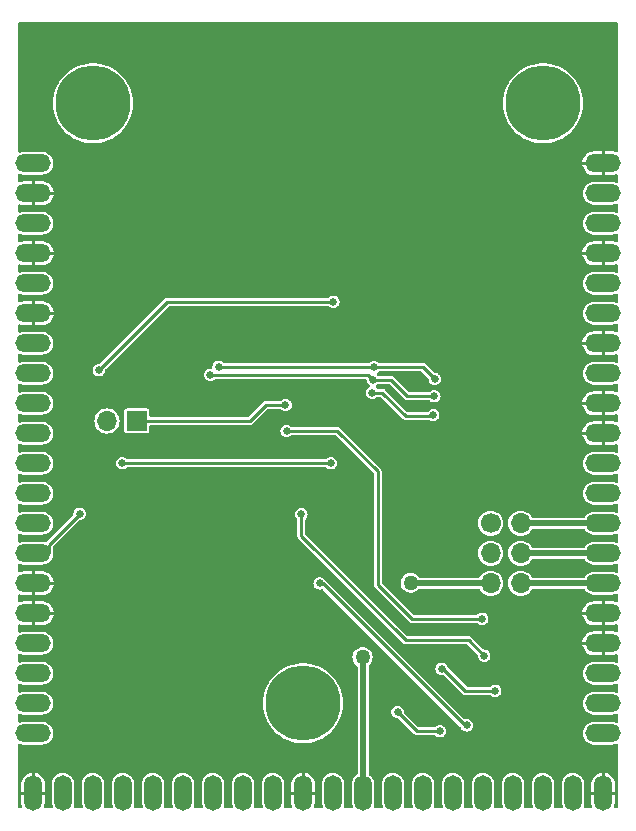
<source format=gbr>
%TF.GenerationSoftware,KiCad,Pcbnew,7.0.2*%
%TF.CreationDate,2023-05-27T02:32:33-07:00*%
%TF.ProjectId,n76e003-ufo-target-board,6e373665-3030-4332-9d75-666f2d746172,rev?*%
%TF.SameCoordinates,Original*%
%TF.FileFunction,Copper,L2,Bot*%
%TF.FilePolarity,Positive*%
%FSLAX46Y46*%
G04 Gerber Fmt 4.6, Leading zero omitted, Abs format (unit mm)*
G04 Created by KiCad (PCBNEW 7.0.2) date 2023-05-27 02:32:33*
%MOMM*%
%LPD*%
G01*
G04 APERTURE LIST*
%TA.AperFunction,ComponentPad*%
%ADD10C,1.700000*%
%TD*%
%TA.AperFunction,ComponentPad*%
%ADD11O,1.700000X1.700000*%
%TD*%
%TA.AperFunction,ComponentPad*%
%ADD12R,1.700000X1.700000*%
%TD*%
%TA.AperFunction,ComponentPad*%
%ADD13O,2.997200X1.498600*%
%TD*%
%TA.AperFunction,ComponentPad*%
%ADD14O,1.498600X2.997200*%
%TD*%
%TA.AperFunction,ComponentPad*%
%ADD15C,6.350000*%
%TD*%
%TA.AperFunction,ViaPad*%
%ADD16C,1.270000*%
%TD*%
%TA.AperFunction,ViaPad*%
%ADD17C,0.635000*%
%TD*%
%TA.AperFunction,ViaPad*%
%ADD18C,0.600000*%
%TD*%
%TA.AperFunction,Conductor*%
%ADD19C,0.254000*%
%TD*%
%TA.AperFunction,Conductor*%
%ADD20C,0.508000*%
%TD*%
%TA.AperFunction,Conductor*%
%ADD21C,0.635000*%
%TD*%
G04 APERTURE END LIST*
D10*
%TO.P,JP1,1,A1*%
%TO.N,VCC*%
X163325000Y-106304200D03*
D11*
%TO.P,JP1,2,B1*%
%TO.N,+2V5*%
X165865000Y-106304200D03*
%TO.P,JP1,3,A2*%
%TO.N,VCC*%
X163325000Y-108844200D03*
%TO.P,JP1,4,B2*%
%TO.N,+3.3V*%
X165865000Y-108844200D03*
%TO.P,JP1,5,A3*%
%TO.N,VCC*%
X163325000Y-111384200D03*
%TO.P,JP1,6,B3*%
%TO.N,+5V*%
X165865000Y-111384200D03*
%TD*%
D12*
%TO.P,JP3,1,A*%
%TO.N,GPI04*%
X133375000Y-97650000D03*
D11*
%TO.P,JP3,2,B*%
%TO.N,Net-(J1-GPIO4)*%
X130835000Y-97650000D03*
%TD*%
D13*
%TO.P,J1,A1,SPARE1*%
%TO.N,unconnected-(J1-SPARE1-PadA1)*%
X124579500Y-75824200D03*
%TO.P,J1,A2,GND*%
%TO.N,GND*%
X124579500Y-78364200D03*
%TO.P,J1,A3,CLKOUT*%
%TO.N,Net-(J1-CLKOUT)*%
X124579500Y-80904200D03*
%TO.P,J1,A4,GND*%
%TO.N,GND*%
X124579500Y-83444200D03*
%TO.P,J1,A5,CLKIN*%
%TO.N,CLKOUT*%
X124579500Y-85984200D03*
%TO.P,J1,A6,GND*%
%TO.N,GND*%
X124579500Y-88524200D03*
%TO.P,J1,A7,GPIO1*%
%TO.N,GPI01*%
X124579500Y-91064200D03*
%TO.P,J1,A8,GPIO2*%
%TO.N,GPI02*%
X124579500Y-93604200D03*
%TO.P,J1,A9,GPIO3*%
%TO.N,GPI03*%
X124579500Y-96144200D03*
%TO.P,J1,A10,GPIO4*%
%TO.N,Net-(J1-GPIO4)*%
X124579500Y-98684200D03*
%TO.P,J1,A11,NRST*%
%TO.N,RST*%
X124579500Y-101224200D03*
%TO.P,J1,A12,SCK*%
%TO.N,SCK*%
X124579500Y-103764200D03*
%TO.P,J1,A13,MISO*%
%TO.N,MISO*%
X124579500Y-106304200D03*
%TO.P,J1,A14,MOSI*%
%TO.N,MOSI*%
X124579500Y-108844200D03*
%TO.P,J1,A15,GND*%
%TO.N,GND*%
X124579500Y-111384200D03*
%TO.P,J1,A16,GND*%
X124579500Y-113924200D03*
%TO.P,J1,A17,PDIC*%
%TO.N,PDIC*%
X124579500Y-116464200D03*
%TO.P,J1,A18,PDID*%
%TO.N,PDID*%
X124579500Y-119004200D03*
%TO.P,J1,A19,SPARE2*%
%TO.N,unconnected-(J1-SPARE2-PadA19)*%
X124579500Y-121544200D03*
%TO.P,J1,A20,VREF*%
%TO.N,VCC*%
X124579500Y-124084200D03*
D14*
%TO.P,J1,B1,GND*%
%TO.N,GND*%
X124579500Y-129164200D03*
%TO.P,J1,B2,JTAG_TRST*%
%TO.N,unconnected-(J1-JTAG_TRST-PadB2)*%
X127119500Y-129164200D03*
%TO.P,J1,B3,JTAG_TDI*%
%TO.N,unconnected-(J1-JTAG_TDI-PadB3)*%
X129659500Y-129164200D03*
%TO.P,J1,B4,JTAG_TDO*%
%TO.N,unconnected-(J1-JTAG_TDO-PadB4)*%
X132199500Y-129164200D03*
%TO.P,J1,B5,JTAG_TMS*%
%TO.N,unconnected-(J1-JTAG_TMS-PadB5)*%
X134739500Y-129164200D03*
%TO.P,J1,B6,JTAG_TCK*%
%TO.N,unconnected-(J1-JTAG_TCK-PadB6)*%
X137279500Y-129164200D03*
%TO.P,J1,B7,JTAG_VREF*%
%TO.N,unconnected-(J1-JTAG_VREF-PadB7)*%
X139819500Y-129164200D03*
%TO.P,J1,B8,JTAG_NRST*%
%TO.N,unconnected-(J1-JTAG_NRST-PadB8)*%
X142359500Y-129164200D03*
%TO.P,J1,B9,GND*%
%TO.N,unconnected-(J1-GND-PadB9)*%
X144899500Y-129164200D03*
%TO.P,J1,B10,GND*%
%TO.N,GND*%
X147439500Y-129164200D03*
%TO.P,J1,B11,HDR1*%
%TO.N,unconnected-(J1-HDR1-PadB11)*%
X149979500Y-129164200D03*
%TO.P,J1,B12,HDR2*%
%TO.N,VCC*%
X152519500Y-129164200D03*
%TO.P,J1,B13,HDR3*%
%TO.N,unconnected-(J1-HDR3-PadB13)*%
X155059500Y-129164200D03*
%TO.P,J1,B14,HDR4*%
%TO.N,PDID*%
X157599500Y-129164200D03*
%TO.P,J1,B15,HDR5*%
%TO.N,unconnected-(J1-HDR5-PadB15)*%
X160139500Y-129164200D03*
%TO.P,J1,B16,HDR6*%
%TO.N,PDIC*%
X162679500Y-129164200D03*
%TO.P,J1,B17,HDR7*%
%TO.N,GPI02*%
X165219500Y-129164200D03*
%TO.P,J1,B18,HDR8*%
%TO.N,RST*%
X167759500Y-129164200D03*
%TO.P,J1,B19,HDR9*%
%TO.N,GPI01*%
X170299500Y-129164200D03*
%TO.P,J1,B20,HDR10*%
%TO.N,GND*%
X172839500Y-129164200D03*
D13*
%TO.P,J1,C1,GND*%
X172839500Y-75824200D03*
%TO.P,J1,C2,SHUNTL*%
%TO.N,VBUS*%
X172839500Y-78364200D03*
%TO.P,J1,C3,SHUNTH*%
%TO.N,Net-(J1-FILT_LP)*%
X172839500Y-80904200D03*
%TO.P,J1,C4,GND*%
%TO.N,GND*%
X172839500Y-83444200D03*
%TO.P,J1,C5,FILT_LP*%
%TO.N,Net-(J1-FILT_LP)*%
X172839500Y-85984200D03*
%TO.P,J1,C6,FILT_HP*%
%TO.N,unconnected-(J1-FILT_HP-PadC6)*%
X172839500Y-88524200D03*
%TO.P,J1,C7,GND*%
%TO.N,GND*%
X172839500Y-91064200D03*
%TO.P,J1,C8,FILTIN*%
%TO.N,VCC*%
X172839500Y-93604200D03*
%TO.P,J1,C9,GND*%
%TO.N,GND*%
X172839500Y-96144200D03*
%TO.P,J1,C10,GND*%
X172839500Y-98684200D03*
%TO.P,J1,C11,VCC1.2V*%
%TO.N,unconnected-(J1-VCC1.2V-PadC11)*%
X172839500Y-101224200D03*
%TO.P,J1,C12,VCC1.8V*%
%TO.N,unconnected-(J1-VCC1.8V-PadC12)*%
X172839500Y-103764200D03*
%TO.P,J1,C13,VCC2.5V*%
%TO.N,+2V5*%
X172839500Y-106304200D03*
%TO.P,J1,C14,VCC3.3V*%
%TO.N,+3.3V*%
X172839500Y-108844200D03*
%TO.P,J1,C15,VCC5.0V*%
%TO.N,+5V*%
X172839500Y-111384200D03*
%TO.P,J1,C16,GND*%
%TO.N,GND*%
X172839500Y-113924200D03*
%TO.P,J1,C17,GND*%
X172839500Y-116464200D03*
%TO.P,J1,C18,LED1*%
%TO.N,LED1*%
X172839500Y-119004200D03*
%TO.P,J1,C19,LED2*%
%TO.N,LED2*%
X172839500Y-121544200D03*
%TO.P,J1,C20,LED3*%
%TO.N,LED3*%
X172839500Y-124084200D03*
D15*
%TO.P,J1,MH1,MH1*%
%TO.N,unconnected-(J1-PadMH1)*%
X129659500Y-70744200D03*
%TO.P,J1,MH2,MH2*%
%TO.N,unconnected-(J1-PadMH2)*%
X167759500Y-70744200D03*
%TO.P,J1,MH3,MH3*%
%TO.N,unconnected-(J1-PadMH3)*%
X147439500Y-121544200D03*
%TD*%
D16*
%TO.N,VCC*%
X156550000Y-111350000D03*
X152475000Y-117655500D03*
D17*
%TO.N,GND*%
X147122000Y-68115000D03*
X152552000Y-64215000D03*
X142042000Y-68115000D03*
X146890000Y-76750000D03*
D16*
X160000000Y-85800000D03*
D17*
X161602000Y-94685000D03*
X136730000Y-76750000D03*
X142632000Y-110585000D03*
X137312000Y-64215000D03*
X138990000Y-106750000D03*
X132232000Y-64215000D03*
X144472000Y-72435000D03*
X151970000Y-76750000D03*
X128610000Y-83400000D03*
X166850000Y-99600000D03*
X146250000Y-80950000D03*
X134312000Y-72435000D03*
X163390000Y-86640000D03*
X143240000Y-124220000D03*
X157632000Y-64215000D03*
X145050000Y-114900000D03*
X166682000Y-94685000D03*
X152850000Y-82950000D03*
X141652000Y-102435000D03*
X157050000Y-76750000D03*
D16*
X153910000Y-91090000D03*
D17*
X136962000Y-68115000D03*
X159712000Y-72435000D03*
X149900000Y-85650000D03*
X167550000Y-90600000D03*
X137552000Y-110585000D03*
X154632000Y-72435000D03*
X149600000Y-81000000D03*
D16*
X156300000Y-85800000D03*
D17*
X163150000Y-98800000D03*
X149890000Y-89070000D03*
X162130000Y-76750000D03*
X157282000Y-68115000D03*
X157390000Y-90600000D03*
X131650000Y-76750000D03*
X130080000Y-88590000D03*
X162362000Y-68115000D03*
X128600000Y-108050000D03*
X142392000Y-64215000D03*
X134450000Y-106200000D03*
X129300000Y-114250000D03*
X139300000Y-72000000D03*
X144070000Y-106750000D03*
X152202000Y-68115000D03*
X139970000Y-114900000D03*
X134890000Y-114900000D03*
X149552000Y-72435000D03*
X133690000Y-83400000D03*
X131150000Y-109650000D03*
X147472000Y-64215000D03*
X143200000Y-84000000D03*
%TO.N,GPI01*%
X140300000Y-93050000D03*
X153458414Y-93106537D03*
X158600000Y-94100000D03*
%TO.N,GPI02*%
X153390000Y-94180000D03*
X139600000Y-93750000D03*
X158550000Y-95550000D03*
%TO.N,GPI03*%
X130150000Y-93350000D03*
X150000000Y-87550000D03*
%TO.N,GPI04*%
X145950000Y-96300000D03*
%TO.N,RST*%
X132130000Y-101224200D03*
X149800000Y-101224200D03*
X161300000Y-123425000D03*
X148850000Y-111400000D03*
%TO.N,MOSI*%
X128525000Y-105500000D03*
%TO.N,PDIC*%
X155437500Y-122287500D03*
X159012500Y-123912500D03*
%TO.N,unconnected-(J1-PadMH3)*%
X148995140Y-123099840D03*
X147439500Y-123744200D03*
X148995140Y-119988560D03*
X145883860Y-123099840D03*
X145239500Y-121544200D03*
X145883860Y-119988560D03*
X147439500Y-119344200D03*
X149639500Y-121544200D03*
D18*
%TO.N,unconnected-(J1-PadMH2)*%
X166203860Y-69188560D03*
X169315140Y-72299840D03*
X169315140Y-69188560D03*
X169959500Y-70744200D03*
X166203860Y-72299840D03*
X167759500Y-68544200D03*
X167759500Y-72944200D03*
X165559500Y-70744200D03*
D17*
%TO.N,LED1*%
X162600000Y-114400000D03*
X146050000Y-98500000D03*
%TO.N,LED2*%
X162775000Y-117525000D03*
X147300000Y-105550000D03*
%TO.N,LED3*%
X158450000Y-97150000D03*
X153290000Y-95250000D03*
X163700000Y-120500000D03*
X159175000Y-118625000D03*
D18*
%TO.N,unconnected-(J1-PadMH1)*%
X131215140Y-69188560D03*
X131215140Y-72299840D03*
X129659500Y-72944200D03*
X129659500Y-68544200D03*
X127459500Y-70744200D03*
X128103860Y-72299840D03*
X131859500Y-70744200D03*
X128103860Y-69188560D03*
%TD*%
D19*
%TO.N,LED1*%
X156650000Y-114400000D02*
X162600000Y-114400000D01*
X153750000Y-111500000D02*
X156650000Y-114400000D01*
X146050000Y-98500000D02*
X150350000Y-98500000D01*
X153750000Y-101900000D02*
X153750000Y-111500000D01*
X150350000Y-98500000D02*
X153750000Y-101900000D01*
%TO.N,GPI03*%
X130150000Y-93350000D02*
X135950000Y-87550000D01*
X135950000Y-87550000D02*
X150000000Y-87550000D01*
%TO.N,GPI02*%
X152960000Y-93750000D02*
X153390000Y-94180000D01*
X139600000Y-93750000D02*
X152960000Y-93750000D01*
%TO.N,GPI01*%
X140300000Y-93050000D02*
X153401877Y-93050000D01*
X153401877Y-93050000D02*
X153458414Y-93106537D01*
D20*
%TO.N,VCC*%
X152519500Y-117700000D02*
X152519500Y-129164200D01*
D21*
X152475000Y-117655500D02*
X152519500Y-117700000D01*
D20*
X156584200Y-111384200D02*
X163325000Y-111384200D01*
D21*
X156550000Y-111350000D02*
X156584200Y-111384200D01*
D19*
%TO.N,GPI01*%
X157606537Y-93106537D02*
X153458414Y-93106537D01*
X158600000Y-94100000D02*
X157606537Y-93106537D01*
%TO.N,GPI02*%
X156250000Y-95550000D02*
X158550000Y-95550000D01*
X154880000Y-94180000D02*
X156250000Y-95550000D01*
X153390000Y-94180000D02*
X154880000Y-94180000D01*
%TO.N,GPI04*%
X142950000Y-97650000D02*
X133375000Y-97650000D01*
X144300000Y-96300000D02*
X142950000Y-97650000D01*
X145950000Y-96300000D02*
X144300000Y-96300000D01*
%TO.N,RST*%
X161300000Y-123425000D02*
X161275000Y-123450000D01*
X132130000Y-101224200D02*
X149800000Y-101224200D01*
X161275000Y-123450000D02*
X161150000Y-123450000D01*
X149100000Y-111400000D02*
X161125000Y-123425000D01*
X148850000Y-111400000D02*
X149100000Y-111400000D01*
X161125000Y-123425000D02*
X161300000Y-123425000D01*
%TO.N,MOSI*%
X128525000Y-105500000D02*
X125905800Y-108119200D01*
X125905800Y-108119200D02*
X125905800Y-108844200D01*
%TO.N,PDIC*%
X155437500Y-122287500D02*
X157062500Y-123912500D01*
X157062500Y-123912500D02*
X159012500Y-123912500D01*
%TO.N,LED2*%
X161475000Y-116225000D02*
X162775000Y-117525000D01*
X147300000Y-107400000D02*
X156125000Y-116225000D01*
X147300000Y-105550000D02*
X147300000Y-107400000D01*
X156125000Y-116225000D02*
X161475000Y-116225000D01*
%TO.N,LED3*%
X161175000Y-120500000D02*
X159300000Y-118625000D01*
X163700000Y-120500000D02*
X161175000Y-120500000D01*
X159300000Y-118625000D02*
X159175000Y-118625000D01*
X154150000Y-95250000D02*
X156150000Y-97250000D01*
X158350000Y-97250000D02*
X158450000Y-97150000D01*
X153290000Y-95250000D02*
X154150000Y-95250000D01*
X156150000Y-97250000D02*
X158350000Y-97250000D01*
D20*
%TO.N,+5V*%
X165865000Y-111384200D02*
X172839500Y-111384200D01*
%TO.N,+3.3V*%
X172839500Y-108844200D02*
X165865000Y-108844200D01*
%TO.N,+2V5*%
X165865000Y-106304200D02*
X172839500Y-106304200D01*
%TD*%
%TA.AperFunction,Conductor*%
%TO.N,GND*%
G36*
X174061539Y-63907685D02*
G01*
X174107294Y-63960489D01*
X174118500Y-64012000D01*
X174118500Y-74771584D01*
X174098815Y-74838623D01*
X174046011Y-74884378D01*
X173976853Y-74894322D01*
X173945600Y-74885535D01*
X173890700Y-74861975D01*
X173690825Y-74820900D01*
X172966500Y-74820900D01*
X172966500Y-75342066D01*
X172874923Y-75328900D01*
X172804077Y-75328900D01*
X172712500Y-75342066D01*
X172712500Y-74820900D01*
X172042463Y-74820900D01*
X172036197Y-74821217D01*
X171887191Y-74836370D01*
X171692503Y-74897453D01*
X171514093Y-74996478D01*
X171359262Y-75129398D01*
X171234364Y-75290751D01*
X171144501Y-75473951D01*
X171093355Y-75671490D01*
X171092051Y-75697200D01*
X172360581Y-75697200D01*
X172344200Y-75752987D01*
X172344200Y-75895413D01*
X172360581Y-75951200D01*
X171094651Y-75951200D01*
X171113918Y-76076977D01*
X171184785Y-76268324D01*
X171292724Y-76441495D01*
X171433306Y-76589386D01*
X171600785Y-76705955D01*
X171788299Y-76786424D01*
X171988175Y-76827500D01*
X172712500Y-76827500D01*
X172712500Y-76306333D01*
X172804077Y-76319500D01*
X172874923Y-76319500D01*
X172966500Y-76306333D01*
X172966500Y-76827500D01*
X173636537Y-76827500D01*
X173642802Y-76827182D01*
X173791806Y-76812029D01*
X173957379Y-76760081D01*
X174027237Y-76758793D01*
X174086701Y-76795479D01*
X174116892Y-76858489D01*
X174118500Y-76878394D01*
X174118500Y-77358920D01*
X174098815Y-77425959D01*
X174046011Y-77471714D01*
X173976853Y-77481658D01*
X173945603Y-77472871D01*
X173877611Y-77443694D01*
X173686402Y-77404400D01*
X172041521Y-77404400D01*
X172038410Y-77404716D01*
X172038397Y-77404717D01*
X171895994Y-77419198D01*
X171709745Y-77477635D01*
X171539068Y-77572368D01*
X171390955Y-77699519D01*
X171271469Y-77853881D01*
X171185505Y-78029133D01*
X171185503Y-78029137D01*
X171185504Y-78029137D01*
X171152572Y-78156329D01*
X171136575Y-78218111D01*
X171126687Y-78413064D01*
X171156247Y-78606017D01*
X171224041Y-78789067D01*
X171224043Y-78789070D01*
X171327299Y-78954729D01*
X171461788Y-79096212D01*
X171622005Y-79207726D01*
X171801389Y-79284706D01*
X171992598Y-79324000D01*
X171992600Y-79324000D01*
X173634337Y-79324000D01*
X173637479Y-79324000D01*
X173783003Y-79309202D01*
X173957382Y-79254489D01*
X174027236Y-79253202D01*
X174086700Y-79289887D01*
X174116892Y-79352897D01*
X174118500Y-79372803D01*
X174118500Y-79898920D01*
X174098815Y-79965959D01*
X174046011Y-80011714D01*
X173976853Y-80021658D01*
X173945603Y-80012871D01*
X173877611Y-79983694D01*
X173686402Y-79944400D01*
X172041521Y-79944400D01*
X172038410Y-79944716D01*
X172038397Y-79944717D01*
X171895994Y-79959198D01*
X171709745Y-80017635D01*
X171539068Y-80112368D01*
X171390955Y-80239519D01*
X171271469Y-80393881D01*
X171185505Y-80569133D01*
X171136575Y-80758111D01*
X171126687Y-80953064D01*
X171156247Y-81146017D01*
X171224041Y-81329067D01*
X171224043Y-81329070D01*
X171327299Y-81494729D01*
X171461788Y-81636212D01*
X171622005Y-81747726D01*
X171801389Y-81824706D01*
X171992598Y-81864000D01*
X171992600Y-81864000D01*
X173634337Y-81864000D01*
X173637479Y-81864000D01*
X173783003Y-81849202D01*
X173957382Y-81794489D01*
X174027236Y-81793202D01*
X174086700Y-81829887D01*
X174116892Y-81892897D01*
X174118500Y-81912803D01*
X174118500Y-82391584D01*
X174098815Y-82458623D01*
X174046011Y-82504378D01*
X173976853Y-82514322D01*
X173945600Y-82505535D01*
X173890700Y-82481975D01*
X173690825Y-82440900D01*
X172966500Y-82440900D01*
X172966500Y-82962066D01*
X172874923Y-82948900D01*
X172804077Y-82948900D01*
X172712500Y-82962066D01*
X172712500Y-82440900D01*
X172042463Y-82440900D01*
X172036197Y-82441217D01*
X171887191Y-82456370D01*
X171692503Y-82517453D01*
X171514093Y-82616478D01*
X171359262Y-82749398D01*
X171234364Y-82910751D01*
X171144501Y-83093951D01*
X171093355Y-83291490D01*
X171092051Y-83317200D01*
X172360581Y-83317200D01*
X172344200Y-83372987D01*
X172344200Y-83515413D01*
X172360581Y-83571200D01*
X171094651Y-83571200D01*
X171113918Y-83696977D01*
X171184785Y-83888324D01*
X171292724Y-84061495D01*
X171433306Y-84209386D01*
X171600785Y-84325955D01*
X171788299Y-84406424D01*
X171988175Y-84447500D01*
X172712500Y-84447500D01*
X172712500Y-83926333D01*
X172804077Y-83939500D01*
X172874923Y-83939500D01*
X172966500Y-83926333D01*
X172966500Y-84447500D01*
X173636537Y-84447500D01*
X173642802Y-84447182D01*
X173791806Y-84432029D01*
X173957379Y-84380081D01*
X174027237Y-84378793D01*
X174086701Y-84415479D01*
X174116892Y-84478489D01*
X174118500Y-84498394D01*
X174118500Y-84978920D01*
X174098815Y-85045959D01*
X174046011Y-85091714D01*
X173976853Y-85101658D01*
X173945603Y-85092871D01*
X173877611Y-85063694D01*
X173686402Y-85024400D01*
X172041521Y-85024400D01*
X172038410Y-85024716D01*
X172038397Y-85024717D01*
X171895994Y-85039198D01*
X171709745Y-85097635D01*
X171539068Y-85192368D01*
X171390955Y-85319519D01*
X171271469Y-85473881D01*
X171185505Y-85649133D01*
X171136575Y-85838111D01*
X171126687Y-86033064D01*
X171156247Y-86226017D01*
X171224041Y-86409067D01*
X171224043Y-86409070D01*
X171327299Y-86574729D01*
X171461788Y-86716212D01*
X171622005Y-86827726D01*
X171801389Y-86904706D01*
X171992598Y-86944000D01*
X171992600Y-86944000D01*
X173634337Y-86944000D01*
X173637479Y-86944000D01*
X173783003Y-86929202D01*
X173957382Y-86874489D01*
X174027236Y-86873202D01*
X174086700Y-86909887D01*
X174116892Y-86972897D01*
X174118500Y-86992803D01*
X174118500Y-87518920D01*
X174098815Y-87585959D01*
X174046011Y-87631714D01*
X173976853Y-87641658D01*
X173945603Y-87632871D01*
X173877611Y-87603694D01*
X173686402Y-87564400D01*
X172041521Y-87564400D01*
X172038410Y-87564716D01*
X172038397Y-87564717D01*
X171895994Y-87579198D01*
X171709745Y-87637635D01*
X171539068Y-87732368D01*
X171390955Y-87859519D01*
X171271469Y-88013881D01*
X171185505Y-88189133D01*
X171185503Y-88189137D01*
X171185504Y-88189137D01*
X171152572Y-88316329D01*
X171136575Y-88378111D01*
X171126687Y-88573064D01*
X171156247Y-88766017D01*
X171224041Y-88949067D01*
X171224043Y-88949070D01*
X171327299Y-89114729D01*
X171461788Y-89256212D01*
X171622005Y-89367726D01*
X171801389Y-89444706D01*
X171992598Y-89484000D01*
X171992600Y-89484000D01*
X173634337Y-89484000D01*
X173637479Y-89484000D01*
X173783003Y-89469202D01*
X173957382Y-89414489D01*
X174027236Y-89413202D01*
X174086700Y-89449887D01*
X174116892Y-89512897D01*
X174118500Y-89532803D01*
X174118500Y-90011584D01*
X174098815Y-90078623D01*
X174046011Y-90124378D01*
X173976853Y-90134322D01*
X173945600Y-90125535D01*
X173890700Y-90101975D01*
X173690825Y-90060900D01*
X172966500Y-90060900D01*
X172966500Y-90582066D01*
X172874923Y-90568900D01*
X172804077Y-90568900D01*
X172712500Y-90582066D01*
X172712500Y-90060900D01*
X172042463Y-90060900D01*
X172036197Y-90061217D01*
X171887191Y-90076370D01*
X171692503Y-90137453D01*
X171514093Y-90236478D01*
X171359262Y-90369398D01*
X171234364Y-90530751D01*
X171144501Y-90713951D01*
X171093355Y-90911490D01*
X171092051Y-90937200D01*
X172360581Y-90937200D01*
X172344200Y-90992987D01*
X172344200Y-91135413D01*
X172360581Y-91191200D01*
X171094651Y-91191200D01*
X171113918Y-91316977D01*
X171184785Y-91508324D01*
X171292724Y-91681495D01*
X171433306Y-91829386D01*
X171600785Y-91945955D01*
X171788299Y-92026424D01*
X171988175Y-92067500D01*
X172712500Y-92067500D01*
X172712500Y-91546333D01*
X172804077Y-91559500D01*
X172874923Y-91559500D01*
X172966500Y-91546333D01*
X172966500Y-92067500D01*
X173636537Y-92067500D01*
X173642802Y-92067182D01*
X173791806Y-92052029D01*
X173957379Y-92000081D01*
X174027237Y-91998793D01*
X174086701Y-92035479D01*
X174116892Y-92098489D01*
X174118500Y-92118394D01*
X174118500Y-92598920D01*
X174098815Y-92665959D01*
X174046011Y-92711714D01*
X173976853Y-92721658D01*
X173945603Y-92712871D01*
X173877611Y-92683694D01*
X173686402Y-92644400D01*
X172041521Y-92644400D01*
X172038410Y-92644716D01*
X172038397Y-92644717D01*
X171895994Y-92659198D01*
X171709745Y-92717635D01*
X171539068Y-92812368D01*
X171390955Y-92939519D01*
X171271469Y-93093881D01*
X171185505Y-93269133D01*
X171185503Y-93269137D01*
X171185504Y-93269137D01*
X171148385Y-93412500D01*
X171136575Y-93458111D01*
X171126687Y-93653064D01*
X171156247Y-93846017D01*
X171224041Y-94029067D01*
X171224043Y-94029070D01*
X171327299Y-94194729D01*
X171461788Y-94336212D01*
X171622005Y-94447726D01*
X171801389Y-94524706D01*
X171992598Y-94564000D01*
X171992600Y-94564000D01*
X173634337Y-94564000D01*
X173637479Y-94564000D01*
X173783003Y-94549202D01*
X173957382Y-94494489D01*
X174027236Y-94493202D01*
X174086700Y-94529887D01*
X174116892Y-94592897D01*
X174118500Y-94612803D01*
X174118500Y-95091584D01*
X174098815Y-95158623D01*
X174046011Y-95204378D01*
X173976853Y-95214322D01*
X173945600Y-95205535D01*
X173890700Y-95181975D01*
X173690825Y-95140900D01*
X172966500Y-95140900D01*
X172966500Y-95662066D01*
X172874923Y-95648900D01*
X172804077Y-95648900D01*
X172712500Y-95662066D01*
X172712500Y-95140900D01*
X172042463Y-95140900D01*
X172036197Y-95141217D01*
X171887191Y-95156370D01*
X171692503Y-95217453D01*
X171514093Y-95316478D01*
X171359262Y-95449398D01*
X171234364Y-95610751D01*
X171144501Y-95793951D01*
X171093355Y-95991490D01*
X171092051Y-96017200D01*
X172360581Y-96017200D01*
X172344200Y-96072987D01*
X172344200Y-96215413D01*
X172360581Y-96271200D01*
X171094651Y-96271200D01*
X171113918Y-96396977D01*
X171184785Y-96588324D01*
X171292724Y-96761495D01*
X171433306Y-96909386D01*
X171600785Y-97025955D01*
X171788299Y-97106424D01*
X171988175Y-97147500D01*
X172712500Y-97147500D01*
X172712500Y-96626333D01*
X172804077Y-96639500D01*
X172874923Y-96639500D01*
X172966500Y-96626333D01*
X172966500Y-97147500D01*
X173636537Y-97147500D01*
X173642802Y-97147182D01*
X173791806Y-97132029D01*
X173957379Y-97080081D01*
X174027237Y-97078793D01*
X174086701Y-97115479D01*
X174116892Y-97178489D01*
X174118500Y-97198394D01*
X174118500Y-97631584D01*
X174098815Y-97698623D01*
X174046011Y-97744378D01*
X173976853Y-97754322D01*
X173945600Y-97745535D01*
X173890700Y-97721975D01*
X173690825Y-97680900D01*
X172966500Y-97680900D01*
X172966500Y-98202066D01*
X172874923Y-98188900D01*
X172804077Y-98188900D01*
X172712500Y-98202066D01*
X172712500Y-97680900D01*
X172042463Y-97680900D01*
X172036197Y-97681217D01*
X171887191Y-97696370D01*
X171692503Y-97757453D01*
X171514093Y-97856478D01*
X171359262Y-97989398D01*
X171234364Y-98150751D01*
X171144501Y-98333951D01*
X171093355Y-98531490D01*
X171092051Y-98557200D01*
X172360581Y-98557200D01*
X172344200Y-98612987D01*
X172344200Y-98755413D01*
X172360581Y-98811200D01*
X171094651Y-98811200D01*
X171113918Y-98936977D01*
X171184785Y-99128324D01*
X171292724Y-99301495D01*
X171433306Y-99449386D01*
X171600785Y-99565955D01*
X171788299Y-99646424D01*
X171988175Y-99687500D01*
X172712500Y-99687500D01*
X172712500Y-99166333D01*
X172804077Y-99179500D01*
X172874923Y-99179500D01*
X172966500Y-99166333D01*
X172966500Y-99687500D01*
X173636537Y-99687500D01*
X173642802Y-99687182D01*
X173791806Y-99672029D01*
X173957379Y-99620081D01*
X174027237Y-99618793D01*
X174086701Y-99655479D01*
X174116892Y-99718489D01*
X174118500Y-99738394D01*
X174118500Y-100218920D01*
X174098815Y-100285959D01*
X174046011Y-100331714D01*
X173976853Y-100341658D01*
X173945603Y-100332871D01*
X173877611Y-100303694D01*
X173686402Y-100264400D01*
X172041521Y-100264400D01*
X172038410Y-100264716D01*
X172038397Y-100264717D01*
X171895994Y-100279198D01*
X171709745Y-100337635D01*
X171539068Y-100432368D01*
X171390955Y-100559519D01*
X171271469Y-100713881D01*
X171185505Y-100889133D01*
X171136575Y-101078111D01*
X171126687Y-101273064D01*
X171156247Y-101466017D01*
X171224041Y-101649067D01*
X171224043Y-101649070D01*
X171327299Y-101814729D01*
X171461788Y-101956212D01*
X171622005Y-102067726D01*
X171801389Y-102144706D01*
X171992598Y-102184000D01*
X171992600Y-102184000D01*
X173634337Y-102184000D01*
X173637479Y-102184000D01*
X173783003Y-102169202D01*
X173957382Y-102114489D01*
X174027236Y-102113202D01*
X174086700Y-102149887D01*
X174116892Y-102212897D01*
X174118500Y-102232803D01*
X174118500Y-102758920D01*
X174098815Y-102825959D01*
X174046011Y-102871714D01*
X173976853Y-102881658D01*
X173945603Y-102872871D01*
X173877611Y-102843694D01*
X173686402Y-102804400D01*
X172041521Y-102804400D01*
X172038410Y-102804716D01*
X172038397Y-102804717D01*
X171895994Y-102819198D01*
X171709745Y-102877635D01*
X171539068Y-102972368D01*
X171390955Y-103099519D01*
X171271469Y-103253881D01*
X171185505Y-103429133D01*
X171136575Y-103618111D01*
X171126687Y-103813064D01*
X171156247Y-104006017D01*
X171224041Y-104189067D01*
X171224043Y-104189070D01*
X171327299Y-104354729D01*
X171461788Y-104496212D01*
X171622005Y-104607726D01*
X171801389Y-104684706D01*
X171992598Y-104724000D01*
X171992600Y-104724000D01*
X173634337Y-104724000D01*
X173637479Y-104724000D01*
X173783003Y-104709202D01*
X173957382Y-104654489D01*
X174027236Y-104653202D01*
X174086700Y-104689887D01*
X174116892Y-104752897D01*
X174118500Y-104772803D01*
X174118500Y-105298920D01*
X174098815Y-105365959D01*
X174046011Y-105411714D01*
X173976853Y-105421658D01*
X173945603Y-105412871D01*
X173877611Y-105383694D01*
X173686402Y-105344400D01*
X172041521Y-105344400D01*
X172038410Y-105344716D01*
X172038397Y-105344717D01*
X171895994Y-105359198D01*
X171709745Y-105417635D01*
X171539068Y-105512368D01*
X171390955Y-105639519D01*
X171334722Y-105712167D01*
X171286742Y-105774153D01*
X171273236Y-105791601D01*
X171216635Y-105832565D01*
X171175180Y-105839700D01*
X166893530Y-105839700D01*
X166826491Y-105820015D01*
X166784174Y-105774156D01*
X166751040Y-105712167D01*
X166618515Y-105550685D01*
X166485988Y-105441923D01*
X166457032Y-105418159D01*
X166272801Y-105319686D01*
X166272800Y-105319685D01*
X166272799Y-105319685D01*
X166154241Y-105283721D01*
X166072892Y-105259044D01*
X165887711Y-105240805D01*
X165865000Y-105238569D01*
X165864999Y-105238569D01*
X165657107Y-105259044D01*
X165457198Y-105319686D01*
X165272967Y-105418159D01*
X165111485Y-105550685D01*
X164978959Y-105712167D01*
X164880486Y-105896398D01*
X164819844Y-106096307D01*
X164799369Y-106304199D01*
X164819844Y-106512092D01*
X164880486Y-106712001D01*
X164978959Y-106896232D01*
X165002723Y-106925189D01*
X165111485Y-107057715D01*
X165272967Y-107190240D01*
X165457201Y-107288715D01*
X165657106Y-107349355D01*
X165865000Y-107369831D01*
X166072894Y-107349355D01*
X166272799Y-107288715D01*
X166457033Y-107190240D01*
X166618515Y-107057715D01*
X166751040Y-106896233D01*
X166784173Y-106834244D01*
X166833134Y-106784403D01*
X166893530Y-106768700D01*
X171179919Y-106768700D01*
X171246958Y-106788385D01*
X171285150Y-106827107D01*
X171327299Y-106894729D01*
X171461788Y-107036212D01*
X171622005Y-107147726D01*
X171801389Y-107224706D01*
X171992598Y-107264000D01*
X171992600Y-107264000D01*
X173634337Y-107264000D01*
X173637479Y-107264000D01*
X173783003Y-107249202D01*
X173957382Y-107194489D01*
X174027236Y-107193202D01*
X174086700Y-107229887D01*
X174116892Y-107292897D01*
X174118500Y-107312803D01*
X174118500Y-107838920D01*
X174098815Y-107905959D01*
X174046011Y-107951714D01*
X173976853Y-107961658D01*
X173945603Y-107952871D01*
X173877611Y-107923694D01*
X173686402Y-107884400D01*
X172041521Y-107884400D01*
X172038410Y-107884716D01*
X172038397Y-107884717D01*
X171895994Y-107899198D01*
X171709745Y-107957635D01*
X171539068Y-108052368D01*
X171390955Y-108179519D01*
X171334722Y-108252167D01*
X171286742Y-108314153D01*
X171273236Y-108331601D01*
X171216635Y-108372565D01*
X171175180Y-108379700D01*
X166893530Y-108379700D01*
X166826491Y-108360015D01*
X166784174Y-108314156D01*
X166751040Y-108252167D01*
X166618515Y-108090685D01*
X166485988Y-107981923D01*
X166457032Y-107958159D01*
X166272801Y-107859686D01*
X166272800Y-107859685D01*
X166272799Y-107859685D01*
X166172846Y-107829364D01*
X166072892Y-107799044D01*
X165887711Y-107780805D01*
X165865000Y-107778569D01*
X165864999Y-107778569D01*
X165657107Y-107799044D01*
X165457198Y-107859686D01*
X165272967Y-107958159D01*
X165111485Y-108090685D01*
X164978959Y-108252167D01*
X164880486Y-108436398D01*
X164819844Y-108636307D01*
X164799369Y-108844199D01*
X164819844Y-109052092D01*
X164880486Y-109252001D01*
X164978959Y-109436232D01*
X165002723Y-109465189D01*
X165111485Y-109597715D01*
X165272967Y-109730240D01*
X165457201Y-109828715D01*
X165657106Y-109889355D01*
X165865000Y-109909831D01*
X166072894Y-109889355D01*
X166272799Y-109828715D01*
X166457033Y-109730240D01*
X166618515Y-109597715D01*
X166751040Y-109436233D01*
X166784173Y-109374244D01*
X166833134Y-109324403D01*
X166893530Y-109308700D01*
X171179919Y-109308700D01*
X171246958Y-109328385D01*
X171285150Y-109367107D01*
X171327299Y-109434729D01*
X171461788Y-109576212D01*
X171622005Y-109687726D01*
X171801389Y-109764706D01*
X171992598Y-109804000D01*
X171992600Y-109804000D01*
X173634337Y-109804000D01*
X173637479Y-109804000D01*
X173783003Y-109789202D01*
X173957382Y-109734489D01*
X174027236Y-109733202D01*
X174086700Y-109769887D01*
X174116892Y-109832897D01*
X174118500Y-109852803D01*
X174118500Y-110378920D01*
X174098815Y-110445959D01*
X174046011Y-110491714D01*
X173976853Y-110501658D01*
X173945603Y-110492871D01*
X173877611Y-110463694D01*
X173686402Y-110424400D01*
X172041521Y-110424400D01*
X172038410Y-110424716D01*
X172038397Y-110424717D01*
X171895994Y-110439198D01*
X171709745Y-110497635D01*
X171539068Y-110592368D01*
X171390955Y-110719519D01*
X171334722Y-110792167D01*
X171276454Y-110867444D01*
X171273236Y-110871601D01*
X171216635Y-110912565D01*
X171175180Y-110919700D01*
X166893530Y-110919700D01*
X166826491Y-110900015D01*
X166784174Y-110854156D01*
X166751040Y-110792167D01*
X166618515Y-110630685D01*
X166462253Y-110502444D01*
X166457032Y-110498159D01*
X166272801Y-110399686D01*
X166272800Y-110399685D01*
X166272799Y-110399685D01*
X166172846Y-110369365D01*
X166072892Y-110339044D01*
X165887711Y-110320805D01*
X165865000Y-110318569D01*
X165864999Y-110318569D01*
X165657107Y-110339044D01*
X165457198Y-110399686D01*
X165272967Y-110498159D01*
X165111485Y-110630685D01*
X164978959Y-110792167D01*
X164880486Y-110976398D01*
X164819844Y-111176307D01*
X164799369Y-111384200D01*
X164819844Y-111592092D01*
X164880486Y-111792001D01*
X164978959Y-111976232D01*
X165002723Y-112005188D01*
X165111485Y-112137715D01*
X165272967Y-112270240D01*
X165457201Y-112368715D01*
X165657106Y-112429355D01*
X165865000Y-112449831D01*
X166072894Y-112429355D01*
X166272799Y-112368715D01*
X166457033Y-112270240D01*
X166618515Y-112137715D01*
X166751040Y-111976233D01*
X166784173Y-111914244D01*
X166833134Y-111864403D01*
X166893530Y-111848700D01*
X171179919Y-111848700D01*
X171246958Y-111868385D01*
X171285150Y-111907107D01*
X171327299Y-111974729D01*
X171433315Y-112086258D01*
X171461789Y-112116213D01*
X171522614Y-112158548D01*
X171622005Y-112227726D01*
X171801389Y-112304706D01*
X171992598Y-112344000D01*
X171992600Y-112344000D01*
X173634337Y-112344000D01*
X173637479Y-112344000D01*
X173783003Y-112329202D01*
X173957382Y-112274489D01*
X174027236Y-112273202D01*
X174086700Y-112309887D01*
X174116892Y-112372897D01*
X174118500Y-112392803D01*
X174118500Y-112871584D01*
X174098815Y-112938623D01*
X174046011Y-112984378D01*
X173976853Y-112994322D01*
X173945600Y-112985535D01*
X173890700Y-112961975D01*
X173690825Y-112920900D01*
X172966500Y-112920900D01*
X172966500Y-113442066D01*
X172874923Y-113428900D01*
X172804077Y-113428900D01*
X172712500Y-113442066D01*
X172712500Y-112920900D01*
X172042463Y-112920900D01*
X172036197Y-112921217D01*
X171887191Y-112936370D01*
X171692503Y-112997453D01*
X171514093Y-113096478D01*
X171359262Y-113229398D01*
X171234364Y-113390751D01*
X171144501Y-113573951D01*
X171093355Y-113771490D01*
X171092051Y-113797200D01*
X172360581Y-113797200D01*
X172344200Y-113852987D01*
X172344200Y-113995413D01*
X172360581Y-114051200D01*
X171094651Y-114051200D01*
X171113918Y-114176977D01*
X171184785Y-114368324D01*
X171292724Y-114541495D01*
X171433306Y-114689386D01*
X171600785Y-114805955D01*
X171788299Y-114886424D01*
X171988175Y-114927500D01*
X172712500Y-114927500D01*
X172712500Y-114406333D01*
X172804077Y-114419500D01*
X172874923Y-114419500D01*
X172966500Y-114406333D01*
X172966500Y-114927500D01*
X173636537Y-114927500D01*
X173642802Y-114927182D01*
X173791806Y-114912029D01*
X173957379Y-114860081D01*
X174027237Y-114858793D01*
X174086701Y-114895479D01*
X174116892Y-114958489D01*
X174118500Y-114978394D01*
X174118500Y-115411584D01*
X174098815Y-115478623D01*
X174046011Y-115524378D01*
X173976853Y-115534322D01*
X173945600Y-115525535D01*
X173890700Y-115501975D01*
X173690825Y-115460900D01*
X172966500Y-115460900D01*
X172966500Y-115982066D01*
X172874923Y-115968900D01*
X172804077Y-115968900D01*
X172712500Y-115982066D01*
X172712500Y-115460900D01*
X172042463Y-115460900D01*
X172036197Y-115461217D01*
X171887191Y-115476370D01*
X171692503Y-115537453D01*
X171514093Y-115636478D01*
X171359262Y-115769398D01*
X171234364Y-115930751D01*
X171144501Y-116113951D01*
X171093355Y-116311490D01*
X171092051Y-116337200D01*
X172360581Y-116337200D01*
X172344200Y-116392987D01*
X172344200Y-116535413D01*
X172360581Y-116591200D01*
X171094651Y-116591200D01*
X171113918Y-116716977D01*
X171184785Y-116908324D01*
X171292724Y-117081495D01*
X171433306Y-117229386D01*
X171600785Y-117345955D01*
X171788299Y-117426424D01*
X171988175Y-117467500D01*
X172712500Y-117467500D01*
X172712500Y-116946333D01*
X172804077Y-116959500D01*
X172874923Y-116959500D01*
X172966500Y-116946333D01*
X172966500Y-117467500D01*
X173636537Y-117467500D01*
X173642802Y-117467182D01*
X173791806Y-117452029D01*
X173957379Y-117400081D01*
X174027237Y-117398793D01*
X174086701Y-117435479D01*
X174116892Y-117498489D01*
X174118500Y-117518394D01*
X174118500Y-117998920D01*
X174098815Y-118065959D01*
X174046011Y-118111714D01*
X173976853Y-118121658D01*
X173945603Y-118112871D01*
X173877611Y-118083694D01*
X173686402Y-118044400D01*
X172041521Y-118044400D01*
X172038410Y-118044716D01*
X172038397Y-118044717D01*
X171895994Y-118059198D01*
X171709745Y-118117635D01*
X171539068Y-118212368D01*
X171390955Y-118339519D01*
X171271469Y-118493881D01*
X171185505Y-118669133D01*
X171185503Y-118669137D01*
X171185504Y-118669137D01*
X171161244Y-118762836D01*
X171136575Y-118858111D01*
X171126687Y-119053064D01*
X171156247Y-119246017D01*
X171224041Y-119429067D01*
X171224043Y-119429070D01*
X171327299Y-119594729D01*
X171461788Y-119736212D01*
X171622005Y-119847726D01*
X171801389Y-119924706D01*
X171992598Y-119964000D01*
X171992600Y-119964000D01*
X173634337Y-119964000D01*
X173637479Y-119964000D01*
X173783003Y-119949202D01*
X173957382Y-119894489D01*
X174027236Y-119893202D01*
X174086700Y-119929887D01*
X174116892Y-119992897D01*
X174118500Y-120012803D01*
X174118500Y-120538920D01*
X174098815Y-120605959D01*
X174046011Y-120651714D01*
X173976853Y-120661658D01*
X173945603Y-120652871D01*
X173877611Y-120623694D01*
X173686402Y-120584400D01*
X172041521Y-120584400D01*
X172038410Y-120584716D01*
X172038397Y-120584717D01*
X171895994Y-120599198D01*
X171709745Y-120657635D01*
X171539068Y-120752368D01*
X171390955Y-120879519D01*
X171271469Y-121033881D01*
X171185505Y-121209133D01*
X171136575Y-121398111D01*
X171126687Y-121593064D01*
X171156247Y-121786017D01*
X171224041Y-121969067D01*
X171224043Y-121969070D01*
X171327299Y-122134729D01*
X171455628Y-122269732D01*
X171461789Y-122276213D01*
X171541896Y-122331969D01*
X171622005Y-122387726D01*
X171801389Y-122464706D01*
X171992598Y-122504000D01*
X171992600Y-122504000D01*
X173634337Y-122504000D01*
X173637479Y-122504000D01*
X173783003Y-122489202D01*
X173957382Y-122434489D01*
X174027236Y-122433202D01*
X174086700Y-122469887D01*
X174116892Y-122532897D01*
X174118500Y-122552803D01*
X174118500Y-123078920D01*
X174098815Y-123145959D01*
X174046011Y-123191714D01*
X173976853Y-123201658D01*
X173945603Y-123192871D01*
X173877611Y-123163694D01*
X173686402Y-123124400D01*
X172041521Y-123124400D01*
X172038410Y-123124716D01*
X172038397Y-123124717D01*
X171895994Y-123139198D01*
X171709745Y-123197635D01*
X171539068Y-123292368D01*
X171390955Y-123419519D01*
X171271469Y-123573881D01*
X171185505Y-123749133D01*
X171136575Y-123938111D01*
X171126687Y-124133064D01*
X171156247Y-124326017D01*
X171224041Y-124509067D01*
X171224043Y-124509070D01*
X171327299Y-124674729D01*
X171461788Y-124816212D01*
X171622005Y-124927726D01*
X171801389Y-125004706D01*
X171992598Y-125044000D01*
X171992600Y-125044000D01*
X173634337Y-125044000D01*
X173637479Y-125044000D01*
X173783003Y-125029202D01*
X173957382Y-124974489D01*
X174027236Y-124973202D01*
X174086700Y-125009887D01*
X174116892Y-125072897D01*
X174118500Y-125092803D01*
X174118500Y-130312000D01*
X174098815Y-130379039D01*
X174046011Y-130424794D01*
X173994500Y-130436000D01*
X173895206Y-130436000D01*
X173828167Y-130416315D01*
X173782412Y-130363511D01*
X173772468Y-130294353D01*
X173781255Y-130263100D01*
X173801724Y-130215400D01*
X173842800Y-130015524D01*
X173842800Y-129291200D01*
X173318419Y-129291200D01*
X173334800Y-129235413D01*
X173334800Y-129092987D01*
X173318419Y-129037200D01*
X173842800Y-129037200D01*
X173842800Y-128367162D01*
X173842482Y-128360897D01*
X173827329Y-128211891D01*
X173766246Y-128017203D01*
X173667221Y-127838793D01*
X173534301Y-127683962D01*
X173372948Y-127559064D01*
X173189748Y-127469201D01*
X172992209Y-127418055D01*
X172966500Y-127416751D01*
X172966500Y-128682066D01*
X172874923Y-128668900D01*
X172804077Y-128668900D01*
X172712500Y-128682066D01*
X172712500Y-127419349D01*
X172586721Y-127438618D01*
X172395376Y-127509485D01*
X172222204Y-127617424D01*
X172074313Y-127758006D01*
X171957744Y-127925485D01*
X171877275Y-128112999D01*
X171836200Y-128312875D01*
X171836200Y-129037200D01*
X172360581Y-129037200D01*
X172344200Y-129092987D01*
X172344200Y-129235413D01*
X172360581Y-129291200D01*
X171836200Y-129291200D01*
X171836200Y-129961237D01*
X171836517Y-129967502D01*
X171851670Y-130116506D01*
X171901360Y-130274879D01*
X171902648Y-130344737D01*
X171865962Y-130404201D01*
X171802952Y-130434392D01*
X171783047Y-130436000D01*
X171307870Y-130436000D01*
X171240831Y-130416315D01*
X171195076Y-130363511D01*
X171185132Y-130294353D01*
X171193919Y-130263100D01*
X171220006Y-130202311D01*
X171259300Y-130011102D01*
X171259300Y-128366221D01*
X171244502Y-128220697D01*
X171186065Y-128034445D01*
X171091332Y-127863769D01*
X170964181Y-127715656D01*
X170923236Y-127683962D01*
X170809818Y-127596169D01*
X170634566Y-127510205D01*
X170634563Y-127510204D01*
X170445590Y-127461275D01*
X170426768Y-127460320D01*
X170250635Y-127451387D01*
X170057682Y-127480947D01*
X169874632Y-127548741D01*
X169708972Y-127651998D01*
X169567486Y-127786489D01*
X169455974Y-127946704D01*
X169418322Y-128034445D01*
X169378994Y-128126089D01*
X169339700Y-128317298D01*
X169339700Y-129962179D01*
X169340016Y-129965290D01*
X169340017Y-129965302D01*
X169354498Y-130107705D01*
X169406950Y-130274879D01*
X169408238Y-130344737D01*
X169371553Y-130404201D01*
X169308543Y-130434392D01*
X169288637Y-130436000D01*
X168767870Y-130436000D01*
X168700831Y-130416315D01*
X168655076Y-130363511D01*
X168645132Y-130294353D01*
X168653919Y-130263100D01*
X168680006Y-130202311D01*
X168719300Y-130011102D01*
X168719300Y-128366221D01*
X168704502Y-128220697D01*
X168646065Y-128034445D01*
X168551332Y-127863769D01*
X168424181Y-127715656D01*
X168383236Y-127683962D01*
X168269818Y-127596169D01*
X168094566Y-127510205D01*
X168094563Y-127510204D01*
X167905590Y-127461275D01*
X167886768Y-127460320D01*
X167710635Y-127451387D01*
X167517682Y-127480947D01*
X167334632Y-127548741D01*
X167168972Y-127651998D01*
X167027486Y-127786489D01*
X166915974Y-127946704D01*
X166878322Y-128034445D01*
X166838994Y-128126089D01*
X166799700Y-128317298D01*
X166799700Y-129962179D01*
X166800016Y-129965290D01*
X166800017Y-129965302D01*
X166814498Y-130107705D01*
X166866950Y-130274879D01*
X166868238Y-130344737D01*
X166831553Y-130404201D01*
X166768543Y-130434392D01*
X166748637Y-130436000D01*
X166227870Y-130436000D01*
X166160831Y-130416315D01*
X166115076Y-130363511D01*
X166105132Y-130294353D01*
X166113919Y-130263100D01*
X166140006Y-130202311D01*
X166179300Y-130011102D01*
X166179300Y-128366221D01*
X166164502Y-128220697D01*
X166106065Y-128034445D01*
X166011332Y-127863769D01*
X165884181Y-127715656D01*
X165843236Y-127683962D01*
X165729818Y-127596169D01*
X165554566Y-127510205D01*
X165554563Y-127510204D01*
X165365590Y-127461275D01*
X165346768Y-127460320D01*
X165170635Y-127451387D01*
X164977682Y-127480947D01*
X164794632Y-127548741D01*
X164628972Y-127651998D01*
X164487486Y-127786489D01*
X164375974Y-127946704D01*
X164338322Y-128034445D01*
X164298994Y-128126089D01*
X164259700Y-128317298D01*
X164259700Y-129962179D01*
X164260016Y-129965290D01*
X164260017Y-129965302D01*
X164274498Y-130107705D01*
X164326950Y-130274879D01*
X164328238Y-130344737D01*
X164291553Y-130404201D01*
X164228543Y-130434392D01*
X164208637Y-130436000D01*
X163687870Y-130436000D01*
X163620831Y-130416315D01*
X163575076Y-130363511D01*
X163565132Y-130294353D01*
X163573919Y-130263100D01*
X163600006Y-130202311D01*
X163639300Y-130011102D01*
X163639300Y-128366221D01*
X163624502Y-128220697D01*
X163566065Y-128034445D01*
X163471332Y-127863769D01*
X163344181Y-127715656D01*
X163303236Y-127683962D01*
X163189818Y-127596169D01*
X163014566Y-127510205D01*
X163014563Y-127510204D01*
X162825590Y-127461275D01*
X162806768Y-127460320D01*
X162630635Y-127451387D01*
X162437682Y-127480947D01*
X162254632Y-127548741D01*
X162088972Y-127651998D01*
X161947486Y-127786489D01*
X161835974Y-127946704D01*
X161798322Y-128034445D01*
X161758994Y-128126089D01*
X161719700Y-128317298D01*
X161719700Y-129962179D01*
X161720016Y-129965290D01*
X161720017Y-129965302D01*
X161734498Y-130107705D01*
X161786950Y-130274879D01*
X161788238Y-130344737D01*
X161751553Y-130404201D01*
X161688543Y-130434392D01*
X161668637Y-130436000D01*
X161147870Y-130436000D01*
X161080831Y-130416315D01*
X161035076Y-130363511D01*
X161025132Y-130294353D01*
X161033919Y-130263100D01*
X161060006Y-130202311D01*
X161099300Y-130011102D01*
X161099300Y-128366221D01*
X161084502Y-128220697D01*
X161026065Y-128034445D01*
X160931332Y-127863769D01*
X160804181Y-127715656D01*
X160763236Y-127683962D01*
X160649818Y-127596169D01*
X160474566Y-127510205D01*
X160474563Y-127510204D01*
X160285590Y-127461275D01*
X160266768Y-127460320D01*
X160090635Y-127451387D01*
X159897682Y-127480947D01*
X159714632Y-127548741D01*
X159548972Y-127651998D01*
X159407486Y-127786489D01*
X159295974Y-127946704D01*
X159258322Y-128034445D01*
X159218994Y-128126089D01*
X159179700Y-128317298D01*
X159179700Y-129962179D01*
X159180016Y-129965290D01*
X159180017Y-129965302D01*
X159194498Y-130107705D01*
X159246950Y-130274879D01*
X159248238Y-130344737D01*
X159211553Y-130404201D01*
X159148543Y-130434392D01*
X159128637Y-130436000D01*
X158607870Y-130436000D01*
X158540831Y-130416315D01*
X158495076Y-130363511D01*
X158485132Y-130294353D01*
X158493919Y-130263100D01*
X158520006Y-130202311D01*
X158559300Y-130011102D01*
X158559300Y-128366221D01*
X158544502Y-128220697D01*
X158486065Y-128034445D01*
X158391332Y-127863769D01*
X158264181Y-127715656D01*
X158223236Y-127683962D01*
X158109818Y-127596169D01*
X157934566Y-127510205D01*
X157934563Y-127510204D01*
X157745590Y-127461275D01*
X157726768Y-127460320D01*
X157550635Y-127451387D01*
X157357682Y-127480947D01*
X157174632Y-127548741D01*
X157008972Y-127651998D01*
X156867486Y-127786489D01*
X156755974Y-127946704D01*
X156718322Y-128034445D01*
X156678994Y-128126089D01*
X156639700Y-128317298D01*
X156639700Y-129962179D01*
X156640016Y-129965290D01*
X156640017Y-129965302D01*
X156654498Y-130107705D01*
X156706950Y-130274879D01*
X156708238Y-130344737D01*
X156671553Y-130404201D01*
X156608543Y-130434392D01*
X156588637Y-130436000D01*
X156067870Y-130436000D01*
X156000831Y-130416315D01*
X155955076Y-130363511D01*
X155945132Y-130294353D01*
X155953919Y-130263100D01*
X155980006Y-130202311D01*
X156019300Y-130011102D01*
X156019300Y-128366221D01*
X156004502Y-128220697D01*
X155946065Y-128034445D01*
X155851332Y-127863769D01*
X155724181Y-127715656D01*
X155683236Y-127683962D01*
X155569818Y-127596169D01*
X155394566Y-127510205D01*
X155394563Y-127510204D01*
X155205590Y-127461275D01*
X155186768Y-127460320D01*
X155010635Y-127451387D01*
X154817682Y-127480947D01*
X154634632Y-127548741D01*
X154468972Y-127651998D01*
X154327486Y-127786489D01*
X154215974Y-127946704D01*
X154178322Y-128034445D01*
X154138994Y-128126089D01*
X154099700Y-128317298D01*
X154099700Y-129962179D01*
X154100016Y-129965290D01*
X154100017Y-129965302D01*
X154114498Y-130107705D01*
X154166950Y-130274879D01*
X154168238Y-130344737D01*
X154131553Y-130404201D01*
X154068543Y-130434392D01*
X154048637Y-130436000D01*
X153527870Y-130436000D01*
X153460831Y-130416315D01*
X153415076Y-130363511D01*
X153405132Y-130294353D01*
X153413919Y-130263100D01*
X153440006Y-130202311D01*
X153479300Y-130011102D01*
X153479300Y-128366221D01*
X153464502Y-128220697D01*
X153406065Y-128034445D01*
X153311332Y-127863769D01*
X153184181Y-127715656D01*
X153143236Y-127683962D01*
X153032099Y-127597935D01*
X152991135Y-127541334D01*
X152984000Y-127499879D01*
X152984000Y-122287499D01*
X154904943Y-122287499D01*
X154918139Y-122387726D01*
X154923090Y-122425336D01*
X154949943Y-122490164D01*
X154976293Y-122553778D01*
X155060925Y-122664074D01*
X155145558Y-122729014D01*
X155171222Y-122748707D01*
X155299664Y-122801910D01*
X155437500Y-122820056D01*
X155453686Y-122822187D01*
X155453197Y-122825896D01*
X155494731Y-122832371D01*
X155529570Y-122856867D01*
X156809606Y-124136903D01*
X156816914Y-124144878D01*
X156842213Y-124175028D01*
X156872028Y-124192241D01*
X156876293Y-124194704D01*
X156885415Y-124200515D01*
X156898298Y-124209535D01*
X156917666Y-124223097D01*
X156917667Y-124223097D01*
X156918284Y-124223529D01*
X156944547Y-124234407D01*
X156945287Y-124234537D01*
X156945288Y-124234538D01*
X156984038Y-124241370D01*
X156994598Y-124243710D01*
X157032631Y-124253902D01*
X157071834Y-124250472D01*
X157082642Y-124250000D01*
X158544794Y-124250000D01*
X158611833Y-124269685D01*
X158622616Y-124279604D01*
X158622976Y-124279136D01*
X158635923Y-124289071D01*
X158635926Y-124289074D01*
X158746222Y-124373707D01*
X158874664Y-124426910D01*
X158996464Y-124442944D01*
X159012499Y-124445056D01*
X159012499Y-124445055D01*
X159012500Y-124445056D01*
X159150336Y-124426910D01*
X159278778Y-124373707D01*
X159389074Y-124289074D01*
X159473707Y-124178778D01*
X159526910Y-124050336D01*
X159545056Y-123912500D01*
X159526910Y-123774664D01*
X159473707Y-123646222D01*
X159437153Y-123598584D01*
X159389074Y-123535925D01*
X159278778Y-123451293D01*
X159278776Y-123451292D01*
X159150336Y-123398090D01*
X159132189Y-123395700D01*
X159012499Y-123379943D01*
X158874664Y-123398090D01*
X158746223Y-123451292D01*
X158746221Y-123451293D01*
X158746222Y-123451293D01*
X158635926Y-123535926D01*
X158635924Y-123535928D01*
X158622976Y-123545864D01*
X158620697Y-123542895D01*
X158586739Y-123567690D01*
X158544794Y-123575000D01*
X157253659Y-123575000D01*
X157186620Y-123555315D01*
X157165978Y-123538681D01*
X156006867Y-122379570D01*
X155973382Y-122318247D01*
X155972772Y-122303608D01*
X155972187Y-122303686D01*
X155967717Y-122269732D01*
X155951910Y-122149664D01*
X155898707Y-122021222D01*
X155879014Y-121995557D01*
X155814074Y-121910925D01*
X155703778Y-121826293D01*
X155703777Y-121826293D01*
X155575336Y-121773090D01*
X155559300Y-121770978D01*
X155437500Y-121754943D01*
X155299664Y-121773090D01*
X155171221Y-121826293D01*
X155060925Y-121910925D01*
X154976293Y-122021221D01*
X154923090Y-122149664D01*
X154904943Y-122287499D01*
X152984000Y-122287499D01*
X152984000Y-118393966D01*
X153003685Y-118326927D01*
X153035115Y-118293647D01*
X153043866Y-118287290D01*
X153162791Y-118155210D01*
X153251657Y-118001290D01*
X153306579Y-117832258D01*
X153325157Y-117655500D01*
X153306579Y-117478742D01*
X153251657Y-117309710D01*
X153251657Y-117309709D01*
X153162791Y-117155790D01*
X153043867Y-117023711D01*
X153025808Y-117010590D01*
X152900079Y-116919242D01*
X152900077Y-116919241D01*
X152737710Y-116846951D01*
X152563867Y-116810000D01*
X152563866Y-116810000D01*
X152386134Y-116810000D01*
X152386133Y-116810000D01*
X152212289Y-116846951D01*
X152049920Y-116919242D01*
X151906134Y-117023708D01*
X151787208Y-117155789D01*
X151698342Y-117309709D01*
X151643421Y-117478740D01*
X151624843Y-117655500D01*
X151643421Y-117832259D01*
X151698342Y-118001290D01*
X151787208Y-118155209D01*
X151787209Y-118155210D01*
X151906134Y-118287290D01*
X152003886Y-118358311D01*
X152046551Y-118413642D01*
X152055000Y-118458629D01*
X152055000Y-127504618D01*
X152035315Y-127571657D01*
X151996592Y-127609850D01*
X151928968Y-127652000D01*
X151787489Y-127786486D01*
X151675974Y-127946704D01*
X151638322Y-128034445D01*
X151598994Y-128126089D01*
X151559700Y-128317298D01*
X151559700Y-129962179D01*
X151560016Y-129965290D01*
X151560017Y-129965302D01*
X151574498Y-130107705D01*
X151626950Y-130274879D01*
X151628238Y-130344737D01*
X151591553Y-130404201D01*
X151528543Y-130434392D01*
X151508637Y-130436000D01*
X150987870Y-130436000D01*
X150920831Y-130416315D01*
X150875076Y-130363511D01*
X150865132Y-130294353D01*
X150873919Y-130263100D01*
X150900006Y-130202311D01*
X150939300Y-130011102D01*
X150939300Y-128366221D01*
X150924502Y-128220697D01*
X150866065Y-128034445D01*
X150771332Y-127863769D01*
X150644181Y-127715656D01*
X150603236Y-127683962D01*
X150489818Y-127596169D01*
X150314566Y-127510205D01*
X150314563Y-127510204D01*
X150125590Y-127461275D01*
X150106768Y-127460320D01*
X149930635Y-127451387D01*
X149737682Y-127480947D01*
X149554632Y-127548741D01*
X149388972Y-127651998D01*
X149247486Y-127786489D01*
X149135974Y-127946704D01*
X149098322Y-128034445D01*
X149058994Y-128126089D01*
X149019700Y-128317298D01*
X149019700Y-129962179D01*
X149020016Y-129965290D01*
X149020017Y-129965302D01*
X149034498Y-130107705D01*
X149086950Y-130274879D01*
X149088238Y-130344737D01*
X149051553Y-130404201D01*
X148988543Y-130434392D01*
X148968637Y-130436000D01*
X148495206Y-130436000D01*
X148428167Y-130416315D01*
X148382412Y-130363511D01*
X148372468Y-130294353D01*
X148381255Y-130263100D01*
X148401724Y-130215400D01*
X148442800Y-130015524D01*
X148442800Y-129291200D01*
X147918419Y-129291200D01*
X147934800Y-129235413D01*
X147934800Y-129092987D01*
X147918419Y-129037200D01*
X148442800Y-129037200D01*
X148442800Y-128367162D01*
X148442482Y-128360897D01*
X148427329Y-128211891D01*
X148366246Y-128017203D01*
X148267221Y-127838793D01*
X148134301Y-127683962D01*
X147972948Y-127559064D01*
X147789748Y-127469201D01*
X147592209Y-127418055D01*
X147566500Y-127416751D01*
X147566500Y-128682066D01*
X147474923Y-128668900D01*
X147404077Y-128668900D01*
X147312500Y-128682066D01*
X147312500Y-127419349D01*
X147186721Y-127438618D01*
X146995376Y-127509485D01*
X146822204Y-127617424D01*
X146674313Y-127758006D01*
X146557744Y-127925485D01*
X146477275Y-128112999D01*
X146436200Y-128312875D01*
X146436200Y-129037200D01*
X146960581Y-129037200D01*
X146944200Y-129092987D01*
X146944200Y-129235413D01*
X146960581Y-129291200D01*
X146436200Y-129291200D01*
X146436200Y-129961237D01*
X146436517Y-129967502D01*
X146451670Y-130116506D01*
X146501360Y-130274879D01*
X146502648Y-130344737D01*
X146465962Y-130404201D01*
X146402952Y-130434392D01*
X146383047Y-130436000D01*
X145907870Y-130436000D01*
X145840831Y-130416315D01*
X145795076Y-130363511D01*
X145785132Y-130294353D01*
X145793919Y-130263100D01*
X145820006Y-130202311D01*
X145859300Y-130011102D01*
X145859300Y-128366221D01*
X145844502Y-128220697D01*
X145786065Y-128034445D01*
X145691332Y-127863769D01*
X145564181Y-127715656D01*
X145523236Y-127683962D01*
X145409818Y-127596169D01*
X145234566Y-127510205D01*
X145234563Y-127510204D01*
X145045590Y-127461275D01*
X145026768Y-127460320D01*
X144850635Y-127451387D01*
X144657682Y-127480947D01*
X144474632Y-127548741D01*
X144308972Y-127651998D01*
X144167486Y-127786489D01*
X144055974Y-127946704D01*
X144018322Y-128034445D01*
X143978994Y-128126089D01*
X143939700Y-128317298D01*
X143939700Y-129962179D01*
X143940016Y-129965290D01*
X143940017Y-129965302D01*
X143954498Y-130107705D01*
X144006950Y-130274879D01*
X144008238Y-130344737D01*
X143971553Y-130404201D01*
X143908543Y-130434392D01*
X143888637Y-130436000D01*
X143367870Y-130436000D01*
X143300831Y-130416315D01*
X143255076Y-130363511D01*
X143245132Y-130294353D01*
X143253919Y-130263100D01*
X143280006Y-130202311D01*
X143319300Y-130011102D01*
X143319300Y-128366221D01*
X143304502Y-128220697D01*
X143246065Y-128034445D01*
X143151332Y-127863769D01*
X143024181Y-127715656D01*
X142983236Y-127683962D01*
X142869818Y-127596169D01*
X142694566Y-127510205D01*
X142694563Y-127510204D01*
X142505590Y-127461275D01*
X142486768Y-127460320D01*
X142310635Y-127451387D01*
X142117682Y-127480947D01*
X141934632Y-127548741D01*
X141768972Y-127651998D01*
X141627486Y-127786489D01*
X141515974Y-127946704D01*
X141478322Y-128034445D01*
X141438994Y-128126089D01*
X141399700Y-128317298D01*
X141399700Y-129962179D01*
X141400016Y-129965290D01*
X141400017Y-129965302D01*
X141414498Y-130107705D01*
X141466950Y-130274879D01*
X141468238Y-130344737D01*
X141431553Y-130404201D01*
X141368543Y-130434392D01*
X141348637Y-130436000D01*
X140827870Y-130436000D01*
X140760831Y-130416315D01*
X140715076Y-130363511D01*
X140705132Y-130294353D01*
X140713919Y-130263100D01*
X140740006Y-130202311D01*
X140779300Y-130011102D01*
X140779300Y-128366221D01*
X140764502Y-128220697D01*
X140706065Y-128034445D01*
X140611332Y-127863769D01*
X140484181Y-127715656D01*
X140443236Y-127683962D01*
X140329818Y-127596169D01*
X140154566Y-127510205D01*
X140154563Y-127510204D01*
X139965590Y-127461275D01*
X139946768Y-127460320D01*
X139770635Y-127451387D01*
X139577682Y-127480947D01*
X139394632Y-127548741D01*
X139228972Y-127651998D01*
X139087486Y-127786489D01*
X138975974Y-127946704D01*
X138938322Y-128034445D01*
X138898994Y-128126089D01*
X138859700Y-128317298D01*
X138859700Y-129962179D01*
X138860016Y-129965290D01*
X138860017Y-129965302D01*
X138874498Y-130107705D01*
X138926950Y-130274879D01*
X138928238Y-130344737D01*
X138891553Y-130404201D01*
X138828543Y-130434392D01*
X138808637Y-130436000D01*
X138287870Y-130436000D01*
X138220831Y-130416315D01*
X138175076Y-130363511D01*
X138165132Y-130294353D01*
X138173919Y-130263100D01*
X138200006Y-130202311D01*
X138239300Y-130011102D01*
X138239300Y-128366221D01*
X138224502Y-128220697D01*
X138166065Y-128034445D01*
X138071332Y-127863769D01*
X137944181Y-127715656D01*
X137903236Y-127683962D01*
X137789818Y-127596169D01*
X137614566Y-127510205D01*
X137614563Y-127510204D01*
X137425590Y-127461275D01*
X137406768Y-127460320D01*
X137230635Y-127451387D01*
X137037682Y-127480947D01*
X136854632Y-127548741D01*
X136688972Y-127651998D01*
X136547486Y-127786489D01*
X136435974Y-127946704D01*
X136398322Y-128034445D01*
X136358994Y-128126089D01*
X136319700Y-128317298D01*
X136319700Y-129962179D01*
X136320016Y-129965290D01*
X136320017Y-129965302D01*
X136334498Y-130107705D01*
X136386950Y-130274879D01*
X136388238Y-130344737D01*
X136351553Y-130404201D01*
X136288543Y-130434392D01*
X136268637Y-130436000D01*
X135747870Y-130436000D01*
X135680831Y-130416315D01*
X135635076Y-130363511D01*
X135625132Y-130294353D01*
X135633919Y-130263100D01*
X135660006Y-130202311D01*
X135699300Y-130011102D01*
X135699300Y-128366221D01*
X135684502Y-128220697D01*
X135626065Y-128034445D01*
X135531332Y-127863769D01*
X135404181Y-127715656D01*
X135363236Y-127683962D01*
X135249818Y-127596169D01*
X135074566Y-127510205D01*
X135074563Y-127510204D01*
X134885590Y-127461275D01*
X134866768Y-127460320D01*
X134690635Y-127451387D01*
X134497682Y-127480947D01*
X134314632Y-127548741D01*
X134148972Y-127651998D01*
X134007486Y-127786489D01*
X133895974Y-127946704D01*
X133858322Y-128034445D01*
X133818994Y-128126089D01*
X133779700Y-128317298D01*
X133779700Y-129962179D01*
X133780016Y-129965290D01*
X133780017Y-129965302D01*
X133794498Y-130107705D01*
X133846950Y-130274879D01*
X133848238Y-130344737D01*
X133811553Y-130404201D01*
X133748543Y-130434392D01*
X133728637Y-130436000D01*
X133207870Y-130436000D01*
X133140831Y-130416315D01*
X133095076Y-130363511D01*
X133085132Y-130294353D01*
X133093919Y-130263100D01*
X133120006Y-130202311D01*
X133159300Y-130011102D01*
X133159300Y-128366221D01*
X133144502Y-128220697D01*
X133086065Y-128034445D01*
X132991332Y-127863769D01*
X132864181Y-127715656D01*
X132823236Y-127683962D01*
X132709818Y-127596169D01*
X132534566Y-127510205D01*
X132534563Y-127510204D01*
X132345590Y-127461275D01*
X132326768Y-127460320D01*
X132150635Y-127451387D01*
X131957682Y-127480947D01*
X131774632Y-127548741D01*
X131608972Y-127651998D01*
X131467486Y-127786489D01*
X131355974Y-127946704D01*
X131318322Y-128034445D01*
X131278994Y-128126089D01*
X131239700Y-128317298D01*
X131239700Y-129962179D01*
X131240016Y-129965290D01*
X131240017Y-129965302D01*
X131254498Y-130107705D01*
X131306950Y-130274879D01*
X131308238Y-130344737D01*
X131271553Y-130404201D01*
X131208543Y-130434392D01*
X131188637Y-130436000D01*
X130667870Y-130436000D01*
X130600831Y-130416315D01*
X130555076Y-130363511D01*
X130545132Y-130294353D01*
X130553919Y-130263100D01*
X130580006Y-130202311D01*
X130619300Y-130011102D01*
X130619300Y-128366221D01*
X130604502Y-128220697D01*
X130546065Y-128034445D01*
X130451332Y-127863769D01*
X130324181Y-127715656D01*
X130283236Y-127683962D01*
X130169818Y-127596169D01*
X129994566Y-127510205D01*
X129994563Y-127510204D01*
X129805590Y-127461275D01*
X129786768Y-127460320D01*
X129610635Y-127451387D01*
X129417682Y-127480947D01*
X129234632Y-127548741D01*
X129068972Y-127651998D01*
X128927486Y-127786489D01*
X128815974Y-127946704D01*
X128738994Y-128126088D01*
X128699699Y-128317299D01*
X128699700Y-129235413D01*
X128699700Y-129962179D01*
X128700016Y-129965290D01*
X128700017Y-129965302D01*
X128714498Y-130107705D01*
X128766950Y-130274879D01*
X128768238Y-130344737D01*
X128731553Y-130404201D01*
X128668543Y-130434392D01*
X128648637Y-130436000D01*
X128127870Y-130436000D01*
X128060831Y-130416315D01*
X128015076Y-130363511D01*
X128005132Y-130294353D01*
X128013919Y-130263100D01*
X128040006Y-130202311D01*
X128079300Y-130011102D01*
X128079300Y-128366221D01*
X128064502Y-128220697D01*
X128006065Y-128034445D01*
X127911332Y-127863769D01*
X127784181Y-127715656D01*
X127743236Y-127683962D01*
X127629818Y-127596169D01*
X127454566Y-127510205D01*
X127454563Y-127510204D01*
X127265590Y-127461275D01*
X127246768Y-127460320D01*
X127070635Y-127451387D01*
X126877682Y-127480947D01*
X126694632Y-127548741D01*
X126528972Y-127651998D01*
X126387486Y-127786489D01*
X126275974Y-127946704D01*
X126198994Y-128126088D01*
X126159699Y-128317299D01*
X126159700Y-129235413D01*
X126159700Y-129962179D01*
X126160016Y-129965290D01*
X126160017Y-129965302D01*
X126174498Y-130107705D01*
X126226950Y-130274879D01*
X126228238Y-130344737D01*
X126191553Y-130404201D01*
X126128543Y-130434392D01*
X126108637Y-130436000D01*
X125635206Y-130436000D01*
X125568167Y-130416315D01*
X125522412Y-130363511D01*
X125512468Y-130294353D01*
X125521255Y-130263100D01*
X125541724Y-130215400D01*
X125582800Y-130015524D01*
X125582800Y-129291200D01*
X125058419Y-129291200D01*
X125074800Y-129235413D01*
X125074800Y-129092987D01*
X125058419Y-129037200D01*
X125582800Y-129037200D01*
X125582800Y-128367162D01*
X125582482Y-128360897D01*
X125567329Y-128211891D01*
X125506246Y-128017203D01*
X125407221Y-127838793D01*
X125274301Y-127683962D01*
X125112948Y-127559064D01*
X124929748Y-127469201D01*
X124732209Y-127418055D01*
X124706499Y-127416751D01*
X124706499Y-128682066D01*
X124614923Y-128668900D01*
X124544077Y-128668900D01*
X124452500Y-128682066D01*
X124452500Y-127419349D01*
X124326721Y-127438618D01*
X124135376Y-127509485D01*
X123962204Y-127617424D01*
X123814313Y-127758006D01*
X123697744Y-127925485D01*
X123617275Y-128112999D01*
X123576200Y-128312875D01*
X123576200Y-129037200D01*
X124100581Y-129037200D01*
X124084200Y-129092987D01*
X124084200Y-129235413D01*
X124100581Y-129291200D01*
X123576200Y-129291200D01*
X123576200Y-129961237D01*
X123576517Y-129967502D01*
X123591670Y-130116506D01*
X123641360Y-130274879D01*
X123642648Y-130344737D01*
X123605962Y-130404201D01*
X123542952Y-130434392D01*
X123523047Y-130436000D01*
X123442500Y-130436000D01*
X123375461Y-130416315D01*
X123329706Y-130363511D01*
X123318500Y-130312000D01*
X123318500Y-127715655D01*
X123318499Y-125097199D01*
X123338184Y-125030164D01*
X123390988Y-124984409D01*
X123460146Y-124974465D01*
X123491393Y-124983251D01*
X123541389Y-125004706D01*
X123732598Y-125044000D01*
X123732600Y-125044000D01*
X125374337Y-125044000D01*
X125377479Y-125044000D01*
X125523003Y-125029202D01*
X125709255Y-124970765D01*
X125879931Y-124876032D01*
X126028044Y-124748881D01*
X126147530Y-124594518D01*
X126233496Y-124419263D01*
X126282425Y-124230290D01*
X126292312Y-124035336D01*
X126267876Y-123875826D01*
X126262752Y-123842382D01*
X126194958Y-123659332D01*
X126194957Y-123659330D01*
X126091701Y-123493671D01*
X125957212Y-123352188D01*
X125957211Y-123352187D01*
X125957210Y-123352186D01*
X125796995Y-123240674D01*
X125617611Y-123163694D01*
X125426402Y-123124400D01*
X123781521Y-123124400D01*
X123778410Y-123124716D01*
X123778397Y-123124717D01*
X123635997Y-123139198D01*
X123479619Y-123188261D01*
X123409761Y-123189547D01*
X123350297Y-123152862D01*
X123320107Y-123089852D01*
X123318499Y-123069959D01*
X123318499Y-122557199D01*
X123338184Y-122490164D01*
X123390988Y-122444409D01*
X123460146Y-122434465D01*
X123491393Y-122443251D01*
X123541389Y-122464706D01*
X123732598Y-122504000D01*
X123732600Y-122504000D01*
X125374337Y-122504000D01*
X125377479Y-122504000D01*
X125523003Y-122489202D01*
X125709255Y-122430765D01*
X125879931Y-122336032D01*
X126028044Y-122208881D01*
X126147530Y-122054518D01*
X126233496Y-121879263D01*
X126282425Y-121690290D01*
X126289834Y-121544200D01*
X144049028Y-121544200D01*
X144049210Y-121547556D01*
X144068720Y-121907411D01*
X144068721Y-121907422D01*
X144068903Y-121910775D01*
X144069447Y-121914096D01*
X144069448Y-121914101D01*
X144127750Y-122269732D01*
X144127753Y-122269747D01*
X144128295Y-122273051D01*
X144129193Y-122276288D01*
X144129194Y-122276289D01*
X144192417Y-122504000D01*
X144226508Y-122626783D01*
X144227756Y-122629915D01*
X144360785Y-122963793D01*
X144362391Y-122967822D01*
X144363961Y-122970784D01*
X144363966Y-122970794D01*
X144421291Y-123078920D01*
X144534350Y-123292171D01*
X144536237Y-123294954D01*
X144536240Y-123294959D01*
X144721157Y-123567690D01*
X144740369Y-123596026D01*
X144742542Y-123598584D01*
X144870422Y-123749137D01*
X144978033Y-123875826D01*
X144980464Y-123878129D01*
X144980470Y-123878135D01*
X145064314Y-123957556D01*
X145244555Y-124128289D01*
X145536811Y-124350456D01*
X145851374Y-124539723D01*
X146184557Y-124693870D01*
X146532453Y-124811089D01*
X146890983Y-124890008D01*
X147255944Y-124929700D01*
X147259302Y-124929700D01*
X147619698Y-124929700D01*
X147623056Y-124929700D01*
X147988017Y-124890008D01*
X148346547Y-124811089D01*
X148694443Y-124693870D01*
X149027626Y-124539723D01*
X149342189Y-124350456D01*
X149634445Y-124128289D01*
X149900967Y-123875826D01*
X150138631Y-123596026D01*
X150344650Y-123292171D01*
X150516609Y-122967822D01*
X150652492Y-122626783D01*
X150750705Y-122273051D01*
X150810097Y-121910775D01*
X150829972Y-121544200D01*
X150810097Y-121177625D01*
X150750705Y-120815349D01*
X150652492Y-120461617D01*
X150516609Y-120120578D01*
X150344650Y-119796229D01*
X150138631Y-119492374D01*
X149900967Y-119212574D01*
X149898534Y-119210269D01*
X149898529Y-119210264D01*
X149636875Y-118962413D01*
X149634445Y-118960111D01*
X149342189Y-118737944D01*
X149339315Y-118736215D01*
X149339311Y-118736212D01*
X149030508Y-118550411D01*
X149030507Y-118550410D01*
X149027626Y-118548677D01*
X149018997Y-118544685D01*
X148735818Y-118413672D01*
X148694443Y-118394530D01*
X148586948Y-118358311D01*
X148349722Y-118278380D01*
X148349708Y-118278376D01*
X148346547Y-118277311D01*
X148343280Y-118276592D01*
X148343277Y-118276591D01*
X147991298Y-118199114D01*
X147991294Y-118199113D01*
X147988017Y-118198392D01*
X147984678Y-118198028D01*
X147984673Y-118198028D01*
X147626394Y-118159063D01*
X147626393Y-118159062D01*
X147623056Y-118158700D01*
X147255944Y-118158700D01*
X147252607Y-118159062D01*
X147252605Y-118159063D01*
X146894326Y-118198028D01*
X146894318Y-118198029D01*
X146890983Y-118198392D01*
X146887708Y-118199112D01*
X146887701Y-118199114D01*
X146535722Y-118276591D01*
X146535714Y-118276593D01*
X146532453Y-118277311D01*
X146529295Y-118278374D01*
X146529277Y-118278380D01*
X146187744Y-118393456D01*
X146187741Y-118393457D01*
X146184557Y-118394530D01*
X146181508Y-118395940D01*
X146181502Y-118395943D01*
X145854429Y-118547263D01*
X145854420Y-118547267D01*
X145851374Y-118548677D01*
X145848500Y-118550406D01*
X145848491Y-118550411D01*
X145539688Y-118736212D01*
X145539675Y-118736220D01*
X145536811Y-118737944D01*
X145534153Y-118739964D01*
X145534142Y-118739972D01*
X145247214Y-118958089D01*
X145247206Y-118958095D01*
X145244555Y-118960111D01*
X145242131Y-118962406D01*
X145242124Y-118962413D01*
X144980470Y-119210264D01*
X144980455Y-119210279D01*
X144978033Y-119212574D01*
X144975870Y-119215119D01*
X144975859Y-119215132D01*
X144742542Y-119489815D01*
X144742536Y-119489822D01*
X144740369Y-119492374D01*
X144738488Y-119495146D01*
X144738482Y-119495156D01*
X144536240Y-119793440D01*
X144536232Y-119793452D01*
X144534350Y-119796229D01*
X144532775Y-119799199D01*
X144532773Y-119799203D01*
X144363966Y-120117605D01*
X144363957Y-120117622D01*
X144362391Y-120120578D01*
X144361150Y-120123690D01*
X144361146Y-120123701D01*
X144227756Y-120458484D01*
X144226508Y-120461617D01*
X144225607Y-120464861D01*
X144225605Y-120464868D01*
X144129494Y-120811029D01*
X144128295Y-120815349D01*
X144127754Y-120818648D01*
X144127750Y-120818667D01*
X144069448Y-121174298D01*
X144068903Y-121177625D01*
X144068721Y-121180975D01*
X144068720Y-121180988D01*
X144051677Y-121495335D01*
X144049028Y-121544200D01*
X126289834Y-121544200D01*
X126292312Y-121495336D01*
X126262752Y-121302383D01*
X126228216Y-121209133D01*
X126194958Y-121119332D01*
X126194957Y-121119330D01*
X126091701Y-120953671D01*
X125957212Y-120812188D01*
X125957211Y-120812187D01*
X125957210Y-120812186D01*
X125796995Y-120700674D01*
X125617611Y-120623694D01*
X125564901Y-120612862D01*
X125426402Y-120584400D01*
X123781521Y-120584400D01*
X123778410Y-120584716D01*
X123778397Y-120584717D01*
X123635997Y-120599198D01*
X123479619Y-120648261D01*
X123409761Y-120649547D01*
X123350297Y-120612862D01*
X123320107Y-120549852D01*
X123318499Y-120529959D01*
X123318499Y-120017199D01*
X123338184Y-119950164D01*
X123390988Y-119904409D01*
X123460146Y-119894465D01*
X123491393Y-119903251D01*
X123541389Y-119924706D01*
X123732598Y-119964000D01*
X123732600Y-119964000D01*
X125374337Y-119964000D01*
X125377479Y-119964000D01*
X125523003Y-119949202D01*
X125709255Y-119890765D01*
X125879931Y-119796032D01*
X126028044Y-119668881D01*
X126147530Y-119514518D01*
X126233496Y-119339263D01*
X126282425Y-119150290D01*
X126292312Y-118955336D01*
X126282499Y-118891278D01*
X126262752Y-118762382D01*
X126194958Y-118579332D01*
X126194957Y-118579330D01*
X126091701Y-118413671D01*
X125957212Y-118272188D01*
X125957211Y-118272187D01*
X125957210Y-118272186D01*
X125796995Y-118160674D01*
X125617611Y-118083694D01*
X125564901Y-118072862D01*
X125426402Y-118044400D01*
X123781521Y-118044400D01*
X123778410Y-118044716D01*
X123778397Y-118044717D01*
X123635997Y-118059198D01*
X123479619Y-118108261D01*
X123409761Y-118109547D01*
X123350297Y-118072862D01*
X123320107Y-118009852D01*
X123318499Y-117989959D01*
X123318499Y-117477199D01*
X123338184Y-117410164D01*
X123390988Y-117364409D01*
X123460146Y-117354465D01*
X123491393Y-117363251D01*
X123541389Y-117384706D01*
X123732598Y-117424000D01*
X123732600Y-117424000D01*
X125374337Y-117424000D01*
X125377479Y-117424000D01*
X125523003Y-117409202D01*
X125709255Y-117350765D01*
X125879931Y-117256032D01*
X126028044Y-117128881D01*
X126147530Y-116974518D01*
X126233496Y-116799263D01*
X126282425Y-116610290D01*
X126292312Y-116415336D01*
X126267953Y-116256329D01*
X126262752Y-116222382D01*
X126194958Y-116039332D01*
X126170817Y-116000601D01*
X126091701Y-115873671D01*
X125957212Y-115732188D01*
X125957211Y-115732187D01*
X125957210Y-115732186D01*
X125796995Y-115620674D01*
X125617611Y-115543694D01*
X125617610Y-115543693D01*
X125426402Y-115504400D01*
X123781521Y-115504400D01*
X123778410Y-115504716D01*
X123778397Y-115504717D01*
X123635992Y-115519198D01*
X123479620Y-115568260D01*
X123409763Y-115569547D01*
X123350299Y-115532862D01*
X123320108Y-115469852D01*
X123318500Y-115449947D01*
X123318500Y-114984540D01*
X123338185Y-114917501D01*
X123390989Y-114871746D01*
X123460147Y-114861802D01*
X123491401Y-114870590D01*
X123528297Y-114886423D01*
X123728175Y-114927500D01*
X124452500Y-114927500D01*
X124452500Y-114406333D01*
X124544077Y-114419500D01*
X124614923Y-114419500D01*
X124706500Y-114406333D01*
X124706500Y-114927500D01*
X125376537Y-114927500D01*
X125382802Y-114927182D01*
X125531808Y-114912029D01*
X125726496Y-114850946D01*
X125904906Y-114751921D01*
X126059737Y-114619001D01*
X126184635Y-114457648D01*
X126274498Y-114274448D01*
X126325644Y-114076909D01*
X126326949Y-114051200D01*
X125058419Y-114051200D01*
X125074800Y-113995413D01*
X125074800Y-113852987D01*
X125058419Y-113797200D01*
X126324349Y-113797200D01*
X126324348Y-113797199D01*
X126305081Y-113671422D01*
X126234214Y-113480075D01*
X126126275Y-113306904D01*
X125985693Y-113159013D01*
X125818214Y-113042444D01*
X125630700Y-112961975D01*
X125430825Y-112920900D01*
X124706500Y-112920900D01*
X124706500Y-113442066D01*
X124614923Y-113428900D01*
X124544077Y-113428900D01*
X124452500Y-113442066D01*
X124452500Y-112920900D01*
X123782463Y-112920900D01*
X123776197Y-112921217D01*
X123627196Y-112936370D01*
X123479620Y-112982671D01*
X123409762Y-112983957D01*
X123350298Y-112947272D01*
X123320108Y-112884261D01*
X123318500Y-112864357D01*
X123318500Y-112444540D01*
X123338185Y-112377501D01*
X123390989Y-112331746D01*
X123460147Y-112321802D01*
X123491401Y-112330590D01*
X123528297Y-112346423D01*
X123728175Y-112387500D01*
X124452500Y-112387500D01*
X124452500Y-111866333D01*
X124544077Y-111879500D01*
X124614923Y-111879500D01*
X124706500Y-111866333D01*
X124706500Y-112387500D01*
X125376537Y-112387500D01*
X125382802Y-112387182D01*
X125531808Y-112372029D01*
X125726496Y-112310946D01*
X125904906Y-112211921D01*
X126059737Y-112079001D01*
X126184635Y-111917648D01*
X126274498Y-111734448D01*
X126325644Y-111536909D01*
X126326949Y-111511200D01*
X125058419Y-111511200D01*
X125074800Y-111455413D01*
X125074800Y-111400000D01*
X148317443Y-111400000D01*
X148335590Y-111537835D01*
X148388793Y-111666278D01*
X148473425Y-111776574D01*
X148510676Y-111805157D01*
X148583722Y-111861207D01*
X148712164Y-111914410D01*
X148833964Y-111930444D01*
X148849999Y-111932556D01*
X148849999Y-111932555D01*
X148850000Y-111932556D01*
X148987836Y-111914410D01*
X149016842Y-111902394D01*
X149086311Y-111894925D01*
X149148791Y-111926199D01*
X149151977Y-111929274D01*
X160768184Y-123545481D01*
X160795064Y-123585709D01*
X160838792Y-123691278D01*
X160923425Y-123801574D01*
X160976608Y-123842382D01*
X161033722Y-123886207D01*
X161162164Y-123939410D01*
X161300000Y-123957556D01*
X161437836Y-123939410D01*
X161566278Y-123886207D01*
X161676574Y-123801574D01*
X161761207Y-123691278D01*
X161814410Y-123562836D01*
X161832556Y-123425000D01*
X161814410Y-123287164D01*
X161761207Y-123158722D01*
X161734871Y-123124400D01*
X161676574Y-123048425D01*
X161566278Y-122963793D01*
X161566278Y-122963792D01*
X161437836Y-122910590D01*
X161419689Y-122908200D01*
X161299999Y-122892443D01*
X161157154Y-122911249D01*
X161088118Y-122900483D01*
X161053288Y-122875991D01*
X156802297Y-118625000D01*
X158642443Y-118625000D01*
X158660590Y-118762835D01*
X158713793Y-118891278D01*
X158798425Y-119001574D01*
X158865529Y-119053064D01*
X158908722Y-119086207D01*
X159037164Y-119139410D01*
X159158114Y-119155333D01*
X159174999Y-119157556D01*
X159174999Y-119157555D01*
X159175000Y-119157556D01*
X159273662Y-119144567D01*
X159342697Y-119155333D01*
X159377528Y-119179825D01*
X160922106Y-120724403D01*
X160929414Y-120732378D01*
X160946187Y-120752368D01*
X160954713Y-120762528D01*
X160988814Y-120782216D01*
X160997930Y-120788024D01*
X161030784Y-120811029D01*
X161057043Y-120821905D01*
X161057783Y-120822035D01*
X161057788Y-120822038D01*
X161096575Y-120828877D01*
X161107113Y-120831214D01*
X161145129Y-120841401D01*
X161145130Y-120841400D01*
X161145131Y-120841401D01*
X161184326Y-120837971D01*
X161195133Y-120837500D01*
X163232294Y-120837500D01*
X163299333Y-120857185D01*
X163310116Y-120867104D01*
X163310476Y-120866636D01*
X163323423Y-120876571D01*
X163323426Y-120876574D01*
X163433722Y-120961207D01*
X163562164Y-121014410D01*
X163700000Y-121032556D01*
X163837836Y-121014410D01*
X163966278Y-120961207D01*
X164076574Y-120876574D01*
X164161207Y-120766278D01*
X164214410Y-120637836D01*
X164232556Y-120500000D01*
X164214410Y-120362164D01*
X164161207Y-120233722D01*
X164106557Y-120162500D01*
X164076574Y-120123425D01*
X163966278Y-120038793D01*
X163855476Y-119992897D01*
X163837836Y-119985590D01*
X163821800Y-119983478D01*
X163700000Y-119967443D01*
X163562164Y-119985590D01*
X163433723Y-120038792D01*
X163433721Y-120038793D01*
X163433722Y-120038793D01*
X163323426Y-120123426D01*
X163323424Y-120123428D01*
X163310476Y-120133364D01*
X163308197Y-120130395D01*
X163274239Y-120155190D01*
X163232294Y-120162500D01*
X161366159Y-120162500D01*
X161299120Y-120142815D01*
X161278478Y-120126181D01*
X159726746Y-118574449D01*
X159693261Y-118513126D01*
X159691490Y-118502966D01*
X159689410Y-118487164D01*
X159689409Y-118487161D01*
X159636207Y-118358721D01*
X159551574Y-118248425D01*
X159441278Y-118163793D01*
X159429859Y-118159063D01*
X159312836Y-118110590D01*
X159294689Y-118108200D01*
X159174999Y-118092443D01*
X159037164Y-118110590D01*
X158908721Y-118163793D01*
X158798425Y-118248425D01*
X158713793Y-118358721D01*
X158660590Y-118487164D01*
X158642443Y-118625000D01*
X156802297Y-118625000D01*
X149352898Y-111175601D01*
X149345590Y-111167626D01*
X149310558Y-111125877D01*
X149294137Y-111111476D01*
X149226574Y-111023426D01*
X149226572Y-111023425D01*
X149226572Y-111023424D01*
X149116278Y-110938793D01*
X149070184Y-110919700D01*
X148987836Y-110885590D01*
X148971800Y-110883478D01*
X148850000Y-110867443D01*
X148712164Y-110885590D01*
X148583721Y-110938793D01*
X148473425Y-111023425D01*
X148388793Y-111133721D01*
X148335590Y-111262164D01*
X148317443Y-111400000D01*
X125074800Y-111400000D01*
X125074800Y-111312987D01*
X125058419Y-111257200D01*
X126324349Y-111257200D01*
X126324348Y-111257199D01*
X126305081Y-111131422D01*
X126234214Y-110940075D01*
X126126275Y-110766904D01*
X125985693Y-110619013D01*
X125818214Y-110502444D01*
X125630700Y-110421975D01*
X125430825Y-110380900D01*
X124706500Y-110380900D01*
X124706500Y-110902066D01*
X124614923Y-110888900D01*
X124544077Y-110888900D01*
X124452500Y-110902066D01*
X124452500Y-110380900D01*
X123782463Y-110380900D01*
X123776197Y-110381217D01*
X123627196Y-110396370D01*
X123479620Y-110442671D01*
X123409762Y-110443957D01*
X123350298Y-110407272D01*
X123320108Y-110344261D01*
X123318500Y-110324357D01*
X123318500Y-109857204D01*
X123338185Y-109790165D01*
X123390989Y-109744410D01*
X123460147Y-109734466D01*
X123491393Y-109743251D01*
X123541389Y-109764706D01*
X123732598Y-109804000D01*
X123732600Y-109804000D01*
X125374337Y-109804000D01*
X125377479Y-109804000D01*
X125523003Y-109789202D01*
X125709255Y-109730765D01*
X125879931Y-109636032D01*
X126028044Y-109508881D01*
X126147530Y-109354518D01*
X126233496Y-109179263D01*
X126282425Y-108990290D01*
X126292312Y-108795336D01*
X126262752Y-108602383D01*
X126262752Y-108602382D01*
X126251018Y-108570698D01*
X126243300Y-108527635D01*
X126243300Y-108419330D01*
X126243300Y-108310355D01*
X126262983Y-108243319D01*
X126279609Y-108222687D01*
X128432930Y-106069365D01*
X128494251Y-106035882D01*
X128508891Y-106035271D01*
X128508814Y-106034687D01*
X128525000Y-106032556D01*
X128662836Y-106014410D01*
X128791278Y-105961207D01*
X128901574Y-105876574D01*
X128986207Y-105766278D01*
X129039410Y-105637836D01*
X129050974Y-105549999D01*
X146767443Y-105549999D01*
X146779229Y-105639519D01*
X146785590Y-105687836D01*
X146796292Y-105713672D01*
X146838793Y-105816278D01*
X146933364Y-105939526D01*
X146930395Y-105941804D01*
X146955183Y-105975740D01*
X146962500Y-106017706D01*
X146962500Y-107379854D01*
X146962028Y-107390662D01*
X146958597Y-107429870D01*
X146968785Y-107467892D01*
X146971126Y-107478449D01*
X146978092Y-107517953D01*
X146988971Y-107544218D01*
X147011976Y-107577072D01*
X147017788Y-107586195D01*
X147037471Y-107620287D01*
X147067625Y-107645589D01*
X147075601Y-107652898D01*
X155872106Y-116449403D01*
X155879414Y-116457378D01*
X155904713Y-116487528D01*
X155934528Y-116504741D01*
X155938793Y-116507204D01*
X155947915Y-116513015D01*
X155960798Y-116522035D01*
X155980166Y-116535597D01*
X155980167Y-116535597D01*
X155980784Y-116536029D01*
X156007047Y-116546907D01*
X156007787Y-116547037D01*
X156007788Y-116547038D01*
X156046538Y-116553870D01*
X156057093Y-116556209D01*
X156095131Y-116566402D01*
X156095131Y-116566401D01*
X156095132Y-116566402D01*
X156117143Y-116564476D01*
X156134338Y-116562971D01*
X156145145Y-116562500D01*
X161283841Y-116562500D01*
X161350880Y-116582185D01*
X161371522Y-116598819D01*
X162205632Y-117432929D01*
X162239117Y-117494252D01*
X162239728Y-117508892D01*
X162240313Y-117508816D01*
X162260590Y-117662835D01*
X162313793Y-117791278D01*
X162398425Y-117901574D01*
X162483058Y-117966514D01*
X162508722Y-117986207D01*
X162637164Y-118039410D01*
X162758964Y-118055444D01*
X162774999Y-118057556D01*
X162774999Y-118057555D01*
X162775000Y-118057556D01*
X162912836Y-118039410D01*
X163041278Y-117986207D01*
X163151574Y-117901574D01*
X163236207Y-117791278D01*
X163289410Y-117662836D01*
X163307556Y-117525000D01*
X163289410Y-117387164D01*
X163236207Y-117258722D01*
X163213697Y-117229386D01*
X163151574Y-117148425D01*
X163041278Y-117063793D01*
X163019396Y-117054729D01*
X162912836Y-117010590D01*
X162873908Y-117005465D01*
X162758816Y-116990313D01*
X162759304Y-116986604D01*
X162717733Y-116980112D01*
X162682929Y-116955632D01*
X161727898Y-116000601D01*
X161720589Y-115992625D01*
X161695287Y-115962471D01*
X161661195Y-115942788D01*
X161652072Y-115936976D01*
X161619218Y-115913971D01*
X161592953Y-115903092D01*
X161553449Y-115896126D01*
X161542892Y-115893785D01*
X161504870Y-115883597D01*
X161468394Y-115886788D01*
X161465661Y-115887028D01*
X161454855Y-115887500D01*
X156316159Y-115887500D01*
X156249120Y-115867815D01*
X156228478Y-115851181D01*
X147673819Y-107296522D01*
X147640334Y-107235199D01*
X147637500Y-107208841D01*
X147637500Y-106017706D01*
X147657185Y-105950667D01*
X147667104Y-105939885D01*
X147666636Y-105939526D01*
X147694025Y-105903830D01*
X147761207Y-105816278D01*
X147814410Y-105687836D01*
X147832556Y-105550000D01*
X147814410Y-105412164D01*
X147761207Y-105283722D01*
X147722840Y-105233721D01*
X147676574Y-105173425D01*
X147566278Y-105088793D01*
X147566278Y-105088792D01*
X147437836Y-105035590D01*
X147421800Y-105033478D01*
X147300000Y-105017443D01*
X147162164Y-105035590D01*
X147033721Y-105088793D01*
X146923425Y-105173425D01*
X146838793Y-105283721D01*
X146785590Y-105412164D01*
X146767443Y-105549999D01*
X129050974Y-105549999D01*
X129057556Y-105500000D01*
X129039410Y-105362164D01*
X128986207Y-105233722D01*
X128966514Y-105208057D01*
X128901574Y-105123425D01*
X128791278Y-105038793D01*
X128783545Y-105035590D01*
X128662836Y-104985590D01*
X128646800Y-104983478D01*
X128525000Y-104967443D01*
X128387164Y-104985590D01*
X128258721Y-105038793D01*
X128148425Y-105123425D01*
X128063793Y-105233721D01*
X128010590Y-105362164D01*
X127990313Y-105516184D01*
X127986604Y-105515695D01*
X127980115Y-105557259D01*
X127955632Y-105592069D01*
X125681393Y-107866308D01*
X125673419Y-107873615D01*
X125660434Y-107884511D01*
X125596426Y-107912525D01*
X125555767Y-107910985D01*
X125426402Y-107884400D01*
X123781521Y-107884400D01*
X123778410Y-107884716D01*
X123778397Y-107884717D01*
X123635992Y-107899198D01*
X123479620Y-107948260D01*
X123409763Y-107949547D01*
X123350299Y-107912862D01*
X123320108Y-107849852D01*
X123318500Y-107829947D01*
X123318500Y-107317204D01*
X123338185Y-107250165D01*
X123390989Y-107204410D01*
X123460147Y-107194466D01*
X123491393Y-107203251D01*
X123541389Y-107224706D01*
X123732598Y-107264000D01*
X123732600Y-107264000D01*
X125374337Y-107264000D01*
X125377479Y-107264000D01*
X125523003Y-107249202D01*
X125709255Y-107190765D01*
X125879931Y-107096032D01*
X126028044Y-106968881D01*
X126147530Y-106814518D01*
X126233496Y-106639263D01*
X126282425Y-106450290D01*
X126292312Y-106255336D01*
X126262752Y-106062383D01*
X126252937Y-106035882D01*
X126194958Y-105879332D01*
X126165808Y-105832565D01*
X126091701Y-105713671D01*
X125957212Y-105572188D01*
X125957211Y-105572187D01*
X125957210Y-105572186D01*
X125796995Y-105460674D01*
X125617611Y-105383694D01*
X125564901Y-105372862D01*
X125426402Y-105344400D01*
X123781521Y-105344400D01*
X123778410Y-105344716D01*
X123778397Y-105344717D01*
X123635992Y-105359198D01*
X123479620Y-105408260D01*
X123409763Y-105409547D01*
X123350299Y-105372862D01*
X123320108Y-105309852D01*
X123318500Y-105289947D01*
X123318500Y-104777204D01*
X123338185Y-104710165D01*
X123390989Y-104664410D01*
X123460147Y-104654466D01*
X123491393Y-104663251D01*
X123541389Y-104684706D01*
X123732598Y-104724000D01*
X123732600Y-104724000D01*
X125374337Y-104724000D01*
X125377479Y-104724000D01*
X125523003Y-104709202D01*
X125709255Y-104650765D01*
X125879931Y-104556032D01*
X126028044Y-104428881D01*
X126147530Y-104274518D01*
X126233496Y-104099263D01*
X126282425Y-103910290D01*
X126292312Y-103715336D01*
X126262752Y-103522383D01*
X126228216Y-103429133D01*
X126194958Y-103339332D01*
X126194957Y-103339330D01*
X126091701Y-103173671D01*
X125957212Y-103032188D01*
X125957211Y-103032187D01*
X125957210Y-103032186D01*
X125796995Y-102920674D01*
X125617611Y-102843694D01*
X125564901Y-102832862D01*
X125426402Y-102804400D01*
X123781521Y-102804400D01*
X123778410Y-102804716D01*
X123778397Y-102804717D01*
X123635992Y-102819198D01*
X123479620Y-102868260D01*
X123409763Y-102869547D01*
X123350299Y-102832862D01*
X123320108Y-102769852D01*
X123318500Y-102749947D01*
X123318500Y-102237204D01*
X123338185Y-102170165D01*
X123390989Y-102124410D01*
X123460147Y-102114466D01*
X123491393Y-102123251D01*
X123541389Y-102144706D01*
X123732598Y-102184000D01*
X123732600Y-102184000D01*
X125374337Y-102184000D01*
X125377479Y-102184000D01*
X125523003Y-102169202D01*
X125709255Y-102110765D01*
X125879931Y-102016032D01*
X126028044Y-101888881D01*
X126147530Y-101734518D01*
X126233496Y-101559263D01*
X126282425Y-101370290D01*
X126289834Y-101224200D01*
X131597443Y-101224200D01*
X131613478Y-101346000D01*
X131615590Y-101362036D01*
X131619009Y-101370290D01*
X131668793Y-101490478D01*
X131753425Y-101600774D01*
X131818798Y-101650936D01*
X131863722Y-101685407D01*
X131992164Y-101738610D01*
X132130000Y-101756756D01*
X132267836Y-101738610D01*
X132396278Y-101685407D01*
X132506574Y-101600774D01*
X132506576Y-101600771D01*
X132519524Y-101590836D01*
X132521802Y-101593804D01*
X132555761Y-101569010D01*
X132597706Y-101561700D01*
X149332294Y-101561700D01*
X149399333Y-101581385D01*
X149410116Y-101591304D01*
X149410476Y-101590836D01*
X149423423Y-101600771D01*
X149423426Y-101600774D01*
X149533722Y-101685407D01*
X149662164Y-101738610D01*
X149800000Y-101756756D01*
X149937836Y-101738610D01*
X150066278Y-101685407D01*
X150176574Y-101600774D01*
X150261207Y-101490478D01*
X150314410Y-101362036D01*
X150332556Y-101224200D01*
X150314410Y-101086364D01*
X150261207Y-100957922D01*
X150241514Y-100932257D01*
X150176574Y-100847625D01*
X150066278Y-100762993D01*
X150066277Y-100762992D01*
X149937836Y-100709790D01*
X149921800Y-100707678D01*
X149800000Y-100691643D01*
X149662164Y-100709790D01*
X149533723Y-100762992D01*
X149533721Y-100762993D01*
X149533722Y-100762993D01*
X149423426Y-100847626D01*
X149423424Y-100847628D01*
X149410476Y-100857564D01*
X149408197Y-100854595D01*
X149374239Y-100879390D01*
X149332294Y-100886700D01*
X132597706Y-100886700D01*
X132530667Y-100867015D01*
X132519883Y-100857095D01*
X132519524Y-100857564D01*
X132506575Y-100847628D01*
X132506574Y-100847626D01*
X132396278Y-100762993D01*
X132267836Y-100709790D01*
X132251800Y-100707678D01*
X132130000Y-100691643D01*
X131992164Y-100709790D01*
X131863721Y-100762993D01*
X131753425Y-100847625D01*
X131668793Y-100957921D01*
X131615590Y-101086364D01*
X131597443Y-101224200D01*
X126289834Y-101224200D01*
X126292312Y-101175336D01*
X126262752Y-100982383D01*
X126253692Y-100957921D01*
X126194958Y-100799332D01*
X126172307Y-100762992D01*
X126091701Y-100633671D01*
X125957212Y-100492188D01*
X125957211Y-100492187D01*
X125957210Y-100492186D01*
X125796995Y-100380674D01*
X125617611Y-100303694D01*
X125564901Y-100292862D01*
X125426402Y-100264400D01*
X123781521Y-100264400D01*
X123778410Y-100264716D01*
X123778397Y-100264717D01*
X123635992Y-100279198D01*
X123479620Y-100328260D01*
X123409763Y-100329547D01*
X123350299Y-100292862D01*
X123320108Y-100229852D01*
X123318500Y-100209947D01*
X123318500Y-99697204D01*
X123338185Y-99630165D01*
X123390989Y-99584410D01*
X123460147Y-99574466D01*
X123491393Y-99583251D01*
X123541389Y-99604706D01*
X123732598Y-99644000D01*
X123732600Y-99644000D01*
X125374337Y-99644000D01*
X125377479Y-99644000D01*
X125523003Y-99629202D01*
X125709255Y-99570765D01*
X125879931Y-99476032D01*
X126028044Y-99348881D01*
X126147530Y-99194518D01*
X126233496Y-99019263D01*
X126282425Y-98830290D01*
X126292312Y-98635336D01*
X126284162Y-98582133D01*
X126262752Y-98442382D01*
X126194958Y-98259332D01*
X126194957Y-98259330D01*
X126091701Y-98093671D01*
X125957212Y-97952188D01*
X125957211Y-97952187D01*
X125957210Y-97952186D01*
X125796995Y-97840674D01*
X125617611Y-97763694D01*
X125426402Y-97724400D01*
X123781521Y-97724400D01*
X123778410Y-97724716D01*
X123778397Y-97724717D01*
X123635992Y-97739198D01*
X123479620Y-97788260D01*
X123409763Y-97789547D01*
X123350299Y-97752862D01*
X123320108Y-97689852D01*
X123318500Y-97669947D01*
X123318500Y-97650000D01*
X129769369Y-97650000D01*
X129789844Y-97857892D01*
X129814150Y-97938018D01*
X129844719Y-98038792D01*
X129850486Y-98057801D01*
X129946521Y-98237471D01*
X129948960Y-98242033D01*
X130081485Y-98403515D01*
X130242967Y-98536040D01*
X130427201Y-98634515D01*
X130627106Y-98695155D01*
X130835000Y-98715631D01*
X131042894Y-98695155D01*
X131242799Y-98634515D01*
X131427033Y-98536040D01*
X131445687Y-98520731D01*
X132314500Y-98520731D01*
X132317957Y-98538110D01*
X132326713Y-98582133D01*
X132373238Y-98651762D01*
X132442867Y-98698287D01*
X132504267Y-98710500D01*
X134245732Y-98710499D01*
X134307133Y-98698287D01*
X134376762Y-98651762D01*
X134423287Y-98582133D01*
X134435500Y-98520733D01*
X134435500Y-98500000D01*
X145517443Y-98500000D01*
X145532319Y-98612987D01*
X145535590Y-98637836D01*
X145565689Y-98710500D01*
X145588793Y-98766278D01*
X145673425Y-98876574D01*
X145737861Y-98926017D01*
X145783722Y-98961207D01*
X145912164Y-99014410D01*
X146050000Y-99032556D01*
X146187836Y-99014410D01*
X146316278Y-98961207D01*
X146426574Y-98876574D01*
X146426576Y-98876571D01*
X146439524Y-98866636D01*
X146441802Y-98869604D01*
X146475761Y-98844810D01*
X146517706Y-98837500D01*
X150158841Y-98837500D01*
X150225880Y-98857185D01*
X150246522Y-98873819D01*
X153376181Y-102003478D01*
X153409666Y-102064801D01*
X153412500Y-102091159D01*
X153412500Y-111479854D01*
X153412028Y-111490662D01*
X153408597Y-111529870D01*
X153418785Y-111567892D01*
X153421126Y-111578449D01*
X153428092Y-111617953D01*
X153438971Y-111644218D01*
X153461976Y-111677072D01*
X153467788Y-111686195D01*
X153487471Y-111720287D01*
X153517625Y-111745589D01*
X153525601Y-111752898D01*
X156397106Y-114624403D01*
X156404414Y-114632378D01*
X156429713Y-114662528D01*
X156463814Y-114682216D01*
X156472930Y-114688024D01*
X156505783Y-114711029D01*
X156532051Y-114721908D01*
X156571550Y-114728873D01*
X156582114Y-114731215D01*
X156620130Y-114741402D01*
X156620130Y-114741401D01*
X156620131Y-114741402D01*
X156644419Y-114739276D01*
X156659334Y-114737972D01*
X156670142Y-114737500D01*
X162132294Y-114737500D01*
X162199333Y-114757185D01*
X162210116Y-114767104D01*
X162210476Y-114766636D01*
X162223423Y-114776571D01*
X162223426Y-114776574D01*
X162333722Y-114861207D01*
X162462164Y-114914410D01*
X162600000Y-114932556D01*
X162737836Y-114914410D01*
X162866278Y-114861207D01*
X162976574Y-114776574D01*
X163061207Y-114666278D01*
X163114410Y-114537836D01*
X163132556Y-114400000D01*
X163114410Y-114262164D01*
X163061207Y-114133722D01*
X163006557Y-114062500D01*
X162976574Y-114023425D01*
X162866278Y-113938793D01*
X162866277Y-113938792D01*
X162737836Y-113885590D01*
X162721800Y-113883478D01*
X162600000Y-113867443D01*
X162462164Y-113885590D01*
X162333723Y-113938792D01*
X162333721Y-113938793D01*
X162333722Y-113938793D01*
X162223426Y-114023426D01*
X162223424Y-114023428D01*
X162210476Y-114033364D01*
X162208197Y-114030395D01*
X162174239Y-114055190D01*
X162132294Y-114062500D01*
X156841159Y-114062500D01*
X156774120Y-114042815D01*
X156753478Y-114026181D01*
X154123819Y-111396522D01*
X154098416Y-111350000D01*
X155699843Y-111350000D01*
X155703438Y-111384200D01*
X155718421Y-111526759D01*
X155773342Y-111695790D01*
X155862208Y-111849709D01*
X155976129Y-111976232D01*
X155981134Y-111981790D01*
X156124921Y-112086258D01*
X156192200Y-112116212D01*
X156287289Y-112158548D01*
X156461133Y-112195500D01*
X156461134Y-112195500D01*
X156638867Y-112195500D01*
X156812710Y-112158548D01*
X156812711Y-112158547D01*
X156812713Y-112158547D01*
X156975079Y-112086258D01*
X157118866Y-111981790D01*
X157190353Y-111902395D01*
X157201759Y-111889728D01*
X157261246Y-111853079D01*
X157293909Y-111848700D01*
X162296470Y-111848700D01*
X162363509Y-111868385D01*
X162405825Y-111914243D01*
X162438960Y-111976233D01*
X162571485Y-112137715D01*
X162732967Y-112270240D01*
X162917201Y-112368715D01*
X163117106Y-112429355D01*
X163325000Y-112449831D01*
X163532894Y-112429355D01*
X163732799Y-112368715D01*
X163917033Y-112270240D01*
X164078515Y-112137715D01*
X164211040Y-111976233D01*
X164309515Y-111791999D01*
X164370155Y-111592094D01*
X164390631Y-111384200D01*
X164370155Y-111176306D01*
X164309515Y-110976401D01*
X164211040Y-110792167D01*
X164078515Y-110630685D01*
X163922253Y-110502444D01*
X163917032Y-110498159D01*
X163732801Y-110399686D01*
X163732800Y-110399685D01*
X163732799Y-110399685D01*
X163632846Y-110369365D01*
X163532892Y-110339044D01*
X163325000Y-110318569D01*
X163117107Y-110339044D01*
X162917198Y-110399686D01*
X162732967Y-110498159D01*
X162571485Y-110630685D01*
X162459693Y-110766904D01*
X162438960Y-110792167D01*
X162405826Y-110854155D01*
X162356866Y-110903997D01*
X162296470Y-110919700D01*
X157349457Y-110919700D01*
X157282418Y-110900015D01*
X157242071Y-110857701D01*
X157237793Y-110850291D01*
X157118867Y-110718211D01*
X157027995Y-110652188D01*
X156975079Y-110613742D01*
X156927072Y-110592368D01*
X156812710Y-110541451D01*
X156638867Y-110504500D01*
X156638866Y-110504500D01*
X156461134Y-110504500D01*
X156461133Y-110504500D01*
X156287289Y-110541451D01*
X156124920Y-110613742D01*
X155981134Y-110718208D01*
X155862208Y-110850289D01*
X155773342Y-111004209D01*
X155718421Y-111173240D01*
X155709597Y-111257199D01*
X155699843Y-111350000D01*
X154098416Y-111350000D01*
X154090334Y-111335199D01*
X154087500Y-111308841D01*
X154087500Y-108844200D01*
X162259369Y-108844200D01*
X162279844Y-109052092D01*
X162340486Y-109252001D01*
X162438959Y-109436232D01*
X162462723Y-109465189D01*
X162571485Y-109597715D01*
X162732967Y-109730240D01*
X162917201Y-109828715D01*
X163117106Y-109889355D01*
X163325000Y-109909831D01*
X163532894Y-109889355D01*
X163732799Y-109828715D01*
X163917033Y-109730240D01*
X164078515Y-109597715D01*
X164211040Y-109436233D01*
X164309515Y-109251999D01*
X164370155Y-109052094D01*
X164390631Y-108844200D01*
X164370155Y-108636306D01*
X164309515Y-108436401D01*
X164211040Y-108252167D01*
X164078515Y-108090685D01*
X163945989Y-107981923D01*
X163917032Y-107958159D01*
X163732801Y-107859686D01*
X163732800Y-107859685D01*
X163732799Y-107859685D01*
X163632846Y-107829364D01*
X163532892Y-107799044D01*
X163325000Y-107778569D01*
X163117107Y-107799044D01*
X162917198Y-107859686D01*
X162732967Y-107958159D01*
X162571485Y-108090685D01*
X162438959Y-108252167D01*
X162340486Y-108436398D01*
X162279844Y-108636307D01*
X162259369Y-108844200D01*
X154087500Y-108844200D01*
X154087500Y-106304200D01*
X162259369Y-106304200D01*
X162279844Y-106512092D01*
X162340486Y-106712001D01*
X162438959Y-106896232D01*
X162462723Y-106925189D01*
X162571485Y-107057715D01*
X162732967Y-107190240D01*
X162917201Y-107288715D01*
X163117106Y-107349355D01*
X163325000Y-107369831D01*
X163532894Y-107349355D01*
X163732799Y-107288715D01*
X163917033Y-107190240D01*
X164078515Y-107057715D01*
X164211040Y-106896233D01*
X164309515Y-106711999D01*
X164370155Y-106512094D01*
X164390631Y-106304200D01*
X164370155Y-106096306D01*
X164309515Y-105896401D01*
X164211040Y-105712167D01*
X164078515Y-105550685D01*
X163945989Y-105441923D01*
X163917032Y-105418159D01*
X163732801Y-105319686D01*
X163732800Y-105319685D01*
X163732799Y-105319685D01*
X163614241Y-105283721D01*
X163532892Y-105259044D01*
X163325000Y-105238569D01*
X163117107Y-105259044D01*
X162917198Y-105319686D01*
X162732967Y-105418159D01*
X162571485Y-105550685D01*
X162438959Y-105712167D01*
X162340486Y-105896398D01*
X162279844Y-106096307D01*
X162259369Y-106304200D01*
X154087500Y-106304200D01*
X154087500Y-101920141D01*
X154087972Y-101909332D01*
X154089761Y-101888881D01*
X154091402Y-101870131D01*
X154081210Y-101832098D01*
X154078870Y-101821536D01*
X154077670Y-101814729D01*
X154072038Y-101782788D01*
X154072037Y-101782787D01*
X154071907Y-101782047D01*
X154061029Y-101755784D01*
X154060597Y-101755167D01*
X154060597Y-101755166D01*
X154038015Y-101722915D01*
X154032204Y-101713793D01*
X154015815Y-101685407D01*
X154012528Y-101679713D01*
X153982379Y-101654414D01*
X153974403Y-101647106D01*
X150602898Y-98275601D01*
X150595589Y-98267625D01*
X150570287Y-98237471D01*
X150536195Y-98217788D01*
X150527072Y-98211976D01*
X150494218Y-98188971D01*
X150467953Y-98178092D01*
X150428449Y-98171126D01*
X150417892Y-98168785D01*
X150379870Y-98158597D01*
X150343394Y-98161788D01*
X150340661Y-98162028D01*
X150329855Y-98162500D01*
X146517706Y-98162500D01*
X146450667Y-98142815D01*
X146439883Y-98132895D01*
X146439524Y-98133364D01*
X146426575Y-98123428D01*
X146426574Y-98123426D01*
X146316278Y-98038793D01*
X146187836Y-97985590D01*
X146171800Y-97983478D01*
X146050000Y-97967443D01*
X145912164Y-97985590D01*
X145783721Y-98038793D01*
X145673425Y-98123425D01*
X145588793Y-98233721D01*
X145535590Y-98362164D01*
X145517443Y-98500000D01*
X134435500Y-98500000D01*
X134435500Y-98111499D01*
X134455185Y-98044461D01*
X134507989Y-97998706D01*
X134559500Y-97987500D01*
X142929855Y-97987500D01*
X142940661Y-97987971D01*
X142979869Y-97991402D01*
X143017919Y-97981205D01*
X143028426Y-97978876D01*
X143067212Y-97972038D01*
X143067215Y-97972035D01*
X143067958Y-97971905D01*
X143094215Y-97961029D01*
X143094830Y-97960597D01*
X143094834Y-97960597D01*
X143127100Y-97938002D01*
X143136193Y-97932211D01*
X143170287Y-97912528D01*
X143195596Y-97882364D01*
X143202884Y-97874411D01*
X144403477Y-96673819D01*
X144464801Y-96640334D01*
X144491159Y-96637500D01*
X145482294Y-96637500D01*
X145549333Y-96657185D01*
X145560116Y-96667104D01*
X145560476Y-96666636D01*
X145573423Y-96676571D01*
X145573426Y-96676574D01*
X145683722Y-96761207D01*
X145812164Y-96814410D01*
X145950000Y-96832556D01*
X146087836Y-96814410D01*
X146216278Y-96761207D01*
X146326574Y-96676574D01*
X146411207Y-96566278D01*
X146464410Y-96437836D01*
X146482556Y-96300000D01*
X146464410Y-96162164D01*
X146411207Y-96033722D01*
X146377201Y-95989404D01*
X146326574Y-95923425D01*
X146216278Y-95838793D01*
X146162487Y-95816512D01*
X146087836Y-95785590D01*
X146063438Y-95782378D01*
X145950000Y-95767443D01*
X145812164Y-95785590D01*
X145683723Y-95838792D01*
X145683721Y-95838793D01*
X145683722Y-95838793D01*
X145573426Y-95923426D01*
X145573424Y-95923428D01*
X145560476Y-95933364D01*
X145558197Y-95930395D01*
X145524239Y-95955190D01*
X145482294Y-95962500D01*
X144320142Y-95962500D01*
X144309333Y-95962028D01*
X144270130Y-95958597D01*
X144232113Y-95968784D01*
X144221558Y-95971124D01*
X144182057Y-95978090D01*
X144155776Y-95988975D01*
X144122932Y-96011973D01*
X144113813Y-96017782D01*
X144079714Y-96037469D01*
X144054414Y-96067621D01*
X144047107Y-96075594D01*
X142846522Y-97276181D01*
X142785199Y-97309666D01*
X142758841Y-97312500D01*
X134559499Y-97312500D01*
X134492460Y-97292815D01*
X134446705Y-97240011D01*
X134435499Y-97188500D01*
X134435499Y-96779268D01*
X134431907Y-96761207D01*
X134423287Y-96717867D01*
X134376762Y-96648238D01*
X134340972Y-96624324D01*
X134307133Y-96601713D01*
X134307132Y-96601713D01*
X134245733Y-96589500D01*
X134245731Y-96589500D01*
X132504268Y-96589500D01*
X132442866Y-96601713D01*
X132373237Y-96648238D01*
X132326713Y-96717866D01*
X132326712Y-96717867D01*
X132326713Y-96717867D01*
X132318093Y-96761206D01*
X132314500Y-96779268D01*
X132314500Y-98520731D01*
X131445687Y-98520731D01*
X131588515Y-98403515D01*
X131721040Y-98242033D01*
X131819515Y-98057799D01*
X131880155Y-97857894D01*
X131900631Y-97650000D01*
X131880155Y-97442106D01*
X131819515Y-97242201D01*
X131721040Y-97057967D01*
X131588515Y-96896485D01*
X131427033Y-96763960D01*
X131427032Y-96763959D01*
X131242801Y-96665486D01*
X131242800Y-96665485D01*
X131242799Y-96665485D01*
X131142846Y-96635165D01*
X131042892Y-96604844D01*
X130835000Y-96584369D01*
X130627107Y-96604844D01*
X130427198Y-96665486D01*
X130242967Y-96763959D01*
X130081485Y-96896485D01*
X129948959Y-97057967D01*
X129850486Y-97242198D01*
X129789844Y-97442107D01*
X129769369Y-97650000D01*
X123318500Y-97650000D01*
X123318500Y-97157204D01*
X123338185Y-97090165D01*
X123390989Y-97044410D01*
X123460147Y-97034466D01*
X123491393Y-97043251D01*
X123541389Y-97064706D01*
X123732598Y-97104000D01*
X123732600Y-97104000D01*
X125374337Y-97104000D01*
X125377479Y-97104000D01*
X125523003Y-97089202D01*
X125709255Y-97030765D01*
X125879931Y-96936032D01*
X126028044Y-96808881D01*
X126147530Y-96654518D01*
X126233496Y-96479263D01*
X126282425Y-96290290D01*
X126292312Y-96095336D01*
X126283448Y-96037472D01*
X126262752Y-95902382D01*
X126194958Y-95719332D01*
X126189893Y-95711206D01*
X126091701Y-95553671D01*
X125957212Y-95412188D01*
X125957211Y-95412187D01*
X125957210Y-95412186D01*
X125796995Y-95300674D01*
X125617611Y-95223694D01*
X125617611Y-95223693D01*
X125426402Y-95184400D01*
X123781521Y-95184400D01*
X123778410Y-95184716D01*
X123778397Y-95184717D01*
X123635992Y-95199198D01*
X123479620Y-95248260D01*
X123409763Y-95249547D01*
X123350299Y-95212862D01*
X123320108Y-95149852D01*
X123318500Y-95129947D01*
X123318500Y-94617204D01*
X123338185Y-94550165D01*
X123390989Y-94504410D01*
X123460147Y-94494466D01*
X123491393Y-94503251D01*
X123541389Y-94524706D01*
X123732598Y-94564000D01*
X123732600Y-94564000D01*
X125374337Y-94564000D01*
X125377479Y-94564000D01*
X125523003Y-94549202D01*
X125709255Y-94490765D01*
X125879931Y-94396032D01*
X126028044Y-94268881D01*
X126147530Y-94114518D01*
X126233496Y-93939263D01*
X126282425Y-93750290D01*
X126292312Y-93555336D01*
X126288528Y-93530632D01*
X126262752Y-93362382D01*
X126258166Y-93349999D01*
X129617443Y-93349999D01*
X129629824Y-93444037D01*
X129635590Y-93487836D01*
X129687089Y-93612164D01*
X129688793Y-93616278D01*
X129773425Y-93726574D01*
X129858058Y-93791514D01*
X129883722Y-93811207D01*
X130012164Y-93864410D01*
X130150000Y-93882556D01*
X130287836Y-93864410D01*
X130416278Y-93811207D01*
X130496046Y-93749999D01*
X139067443Y-93749999D01*
X139080757Y-93851126D01*
X139085590Y-93887836D01*
X139116378Y-93962164D01*
X139138793Y-94016278D01*
X139223425Y-94126574D01*
X139266973Y-94159989D01*
X139333722Y-94211207D01*
X139462164Y-94264410D01*
X139600000Y-94282556D01*
X139737836Y-94264410D01*
X139866278Y-94211207D01*
X139976574Y-94126574D01*
X139976576Y-94126571D01*
X139989524Y-94116636D01*
X139991802Y-94119604D01*
X140025761Y-94094810D01*
X140067706Y-94087500D01*
X152736521Y-94087500D01*
X152803560Y-94107185D01*
X152849315Y-94159989D01*
X152859460Y-94195315D01*
X152875590Y-94317835D01*
X152928793Y-94446278D01*
X153013425Y-94556574D01*
X153043181Y-94579406D01*
X153084384Y-94635834D01*
X153088539Y-94705580D01*
X153054327Y-94766500D01*
X153036312Y-94778384D01*
X153036673Y-94778855D01*
X152913425Y-94873425D01*
X152828793Y-94983721D01*
X152775590Y-95112164D01*
X152757443Y-95249999D01*
X152770921Y-95352368D01*
X152775590Y-95387836D01*
X152785677Y-95412188D01*
X152828793Y-95516278D01*
X152913425Y-95626574D01*
X152993263Y-95687835D01*
X153023722Y-95711207D01*
X153152164Y-95764410D01*
X153290000Y-95782556D01*
X153427836Y-95764410D01*
X153556278Y-95711207D01*
X153666574Y-95626574D01*
X153666576Y-95626571D01*
X153679524Y-95616636D01*
X153681802Y-95619604D01*
X153715761Y-95594810D01*
X153757706Y-95587500D01*
X153958841Y-95587500D01*
X154025880Y-95607185D01*
X154046522Y-95623819D01*
X155897106Y-97474403D01*
X155904414Y-97482378D01*
X155929713Y-97512528D01*
X155954042Y-97526574D01*
X155963793Y-97532204D01*
X155972915Y-97538015D01*
X155985798Y-97547035D01*
X156005166Y-97560597D01*
X156005167Y-97560597D01*
X156005784Y-97561029D01*
X156032047Y-97571907D01*
X156032787Y-97572037D01*
X156032788Y-97572038D01*
X156071538Y-97578870D01*
X156082098Y-97581210D01*
X156120131Y-97591402D01*
X156159334Y-97587972D01*
X156170142Y-97587500D01*
X158110734Y-97587500D01*
X158177773Y-97607185D01*
X158183165Y-97610976D01*
X158183721Y-97611206D01*
X158183722Y-97611207D01*
X158312164Y-97664410D01*
X158450000Y-97682556D01*
X158587836Y-97664410D01*
X158716278Y-97611207D01*
X158826574Y-97526574D01*
X158911207Y-97416278D01*
X158964410Y-97287836D01*
X158982556Y-97150000D01*
X158964410Y-97012164D01*
X158911207Y-96883722D01*
X158858022Y-96814410D01*
X158826574Y-96773425D01*
X158716278Y-96688793D01*
X158680128Y-96673819D01*
X158587836Y-96635590D01*
X158571800Y-96633478D01*
X158450000Y-96617443D01*
X158312164Y-96635590D01*
X158183721Y-96688793D01*
X158073425Y-96773425D01*
X158003937Y-96863986D01*
X157947509Y-96905189D01*
X157905561Y-96912500D01*
X156341159Y-96912500D01*
X156274120Y-96892815D01*
X156253478Y-96876181D01*
X154402898Y-95025601D01*
X154395589Y-95017625D01*
X154370287Y-94987471D01*
X154336195Y-94967788D01*
X154327072Y-94961976D01*
X154294218Y-94938971D01*
X154267953Y-94928092D01*
X154228449Y-94921126D01*
X154217892Y-94918785D01*
X154179870Y-94908597D01*
X154143394Y-94911788D01*
X154140661Y-94912028D01*
X154129855Y-94912500D01*
X153757706Y-94912500D01*
X153690667Y-94892815D01*
X153679884Y-94882895D01*
X153679525Y-94883364D01*
X153666572Y-94873425D01*
X153636816Y-94850592D01*
X153595614Y-94794165D01*
X153591459Y-94724419D01*
X153625671Y-94663499D01*
X153643687Y-94651616D01*
X153643326Y-94651145D01*
X153656276Y-94641207D01*
X153656278Y-94641207D01*
X153766574Y-94556574D01*
X153766575Y-94556571D01*
X153779524Y-94546636D01*
X153781802Y-94549604D01*
X153815761Y-94524810D01*
X153857706Y-94517500D01*
X154688841Y-94517500D01*
X154755880Y-94537185D01*
X154776522Y-94553819D01*
X155997106Y-95774403D01*
X156004414Y-95782378D01*
X156026867Y-95809137D01*
X156029713Y-95812528D01*
X156036614Y-95816512D01*
X156063793Y-95832204D01*
X156072915Y-95838015D01*
X156085798Y-95847035D01*
X156105166Y-95860597D01*
X156105167Y-95860597D01*
X156105784Y-95861029D01*
X156132047Y-95871907D01*
X156132787Y-95872037D01*
X156132788Y-95872038D01*
X156171538Y-95878870D01*
X156182093Y-95881209D01*
X156220131Y-95891402D01*
X156220131Y-95891401D01*
X156220132Y-95891402D01*
X156242143Y-95889476D01*
X156259338Y-95887971D01*
X156270145Y-95887500D01*
X158082294Y-95887500D01*
X158149333Y-95907185D01*
X158160116Y-95917104D01*
X158160476Y-95916636D01*
X158173423Y-95926571D01*
X158173426Y-95926574D01*
X158283722Y-96011207D01*
X158412164Y-96064410D01*
X158550000Y-96082556D01*
X158687836Y-96064410D01*
X158816278Y-96011207D01*
X158926574Y-95926574D01*
X159011207Y-95816278D01*
X159064410Y-95687836D01*
X159082556Y-95550000D01*
X159064410Y-95412164D01*
X159011207Y-95283722D01*
X158985331Y-95250000D01*
X158926574Y-95173425D01*
X158816278Y-95088793D01*
X158816276Y-95088792D01*
X158687836Y-95035590D01*
X158671800Y-95033478D01*
X158550000Y-95017443D01*
X158412164Y-95035590D01*
X158283723Y-95088792D01*
X158262631Y-95104976D01*
X158173426Y-95173426D01*
X158173424Y-95173428D01*
X158160476Y-95183364D01*
X158158197Y-95180395D01*
X158124239Y-95205190D01*
X158082294Y-95212500D01*
X156441159Y-95212500D01*
X156374120Y-95192815D01*
X156353478Y-95176181D01*
X155132898Y-93955601D01*
X155125589Y-93947625D01*
X155100287Y-93917471D01*
X155066195Y-93897788D01*
X155057072Y-93891976D01*
X155024218Y-93868971D01*
X154997953Y-93858092D01*
X154958449Y-93851126D01*
X154947892Y-93848785D01*
X154909870Y-93838597D01*
X154873394Y-93841788D01*
X154870661Y-93842028D01*
X154859855Y-93842500D01*
X153857706Y-93842500D01*
X153790667Y-93822815D01*
X153779883Y-93812895D01*
X153779524Y-93813364D01*
X153766575Y-93803428D01*
X153766574Y-93803426D01*
X153720262Y-93767890D01*
X153679062Y-93711464D01*
X153674907Y-93641718D01*
X153709120Y-93580797D01*
X153720265Y-93571140D01*
X153724689Y-93567745D01*
X153724692Y-93567744D01*
X153834988Y-93483111D01*
X153834988Y-93483109D01*
X153847939Y-93473173D01*
X153850216Y-93476141D01*
X153884175Y-93451347D01*
X153926120Y-93444037D01*
X157415378Y-93444037D01*
X157482417Y-93463722D01*
X157503059Y-93480356D01*
X158030632Y-94007929D01*
X158064117Y-94069252D01*
X158064728Y-94083892D01*
X158065313Y-94083816D01*
X158077976Y-94180000D01*
X158085590Y-94237836D01*
X158126339Y-94336212D01*
X158138793Y-94366278D01*
X158223425Y-94476574D01*
X158286153Y-94524706D01*
X158333722Y-94561207D01*
X158462164Y-94614410D01*
X158583964Y-94630444D01*
X158599999Y-94632556D01*
X158599999Y-94632555D01*
X158600000Y-94632556D01*
X158737836Y-94614410D01*
X158866278Y-94561207D01*
X158976574Y-94476574D01*
X159061207Y-94366278D01*
X159114410Y-94237836D01*
X159132556Y-94100000D01*
X159114410Y-93962164D01*
X159061207Y-93833722D01*
X159010694Y-93767892D01*
X158976574Y-93723425D01*
X158866278Y-93638793D01*
X158823194Y-93620947D01*
X158737836Y-93585590D01*
X158698908Y-93580465D01*
X158583816Y-93565313D01*
X158584304Y-93561604D01*
X158542733Y-93555112D01*
X158507929Y-93530632D01*
X157859435Y-92882138D01*
X157852126Y-92874162D01*
X157826824Y-92844008D01*
X157792732Y-92824325D01*
X157783609Y-92818513D01*
X157750755Y-92795508D01*
X157724490Y-92784629D01*
X157684986Y-92777663D01*
X157674429Y-92775322D01*
X157636407Y-92765134D01*
X157599931Y-92768325D01*
X157597198Y-92768565D01*
X157586392Y-92769037D01*
X153926120Y-92769037D01*
X153859081Y-92749352D01*
X153848297Y-92739432D01*
X153847938Y-92739901D01*
X153834989Y-92729965D01*
X153834988Y-92729963D01*
X153724692Y-92645330D01*
X153723212Y-92644717D01*
X153639041Y-92609852D01*
X153596250Y-92592127D01*
X153579691Y-92589947D01*
X153458414Y-92573980D01*
X153320578Y-92592127D01*
X153192137Y-92645329D01*
X153192135Y-92645330D01*
X153192136Y-92645330D01*
X153137990Y-92686876D01*
X153072823Y-92712070D01*
X153062506Y-92712500D01*
X140767706Y-92712500D01*
X140700667Y-92692815D01*
X140689883Y-92682895D01*
X140689524Y-92683364D01*
X140676575Y-92673428D01*
X140676574Y-92673426D01*
X140566278Y-92588793D01*
X140437836Y-92535590D01*
X140419688Y-92533200D01*
X140299999Y-92517443D01*
X140162164Y-92535590D01*
X140033721Y-92588793D01*
X139923425Y-92673425D01*
X139838793Y-92783721D01*
X139785590Y-92912164D01*
X139767443Y-93050000D01*
X139771737Y-93082614D01*
X139760971Y-93151649D01*
X139714591Y-93203904D01*
X139647321Y-93222789D01*
X139632614Y-93221737D01*
X139600000Y-93217443D01*
X139462164Y-93235590D01*
X139333721Y-93288793D01*
X139223425Y-93373425D01*
X139138793Y-93483721D01*
X139085590Y-93612164D01*
X139067443Y-93749999D01*
X130496046Y-93749999D01*
X130526574Y-93726574D01*
X130611207Y-93616278D01*
X130664410Y-93487836D01*
X130682556Y-93350000D01*
X130682555Y-93349999D01*
X130684687Y-93333814D01*
X130688396Y-93334302D01*
X130694874Y-93292760D01*
X130719364Y-93257931D01*
X136053477Y-87923819D01*
X136114801Y-87890334D01*
X136141159Y-87887500D01*
X149532294Y-87887500D01*
X149599333Y-87907185D01*
X149610116Y-87917104D01*
X149610476Y-87916636D01*
X149623423Y-87926571D01*
X149623426Y-87926574D01*
X149733722Y-88011207D01*
X149862164Y-88064410D01*
X149983964Y-88080444D01*
X149999999Y-88082556D01*
X149999999Y-88082555D01*
X150000000Y-88082556D01*
X150137836Y-88064410D01*
X150266278Y-88011207D01*
X150376574Y-87926574D01*
X150461207Y-87816278D01*
X150514410Y-87687836D01*
X150532556Y-87550000D01*
X150514410Y-87412164D01*
X150461207Y-87283722D01*
X150418421Y-87227962D01*
X150376574Y-87173425D01*
X150266278Y-87088793D01*
X150266276Y-87088792D01*
X150137836Y-87035590D01*
X150121800Y-87033478D01*
X150000000Y-87017443D01*
X149862164Y-87035590D01*
X149733723Y-87088792D01*
X149733721Y-87088793D01*
X149733722Y-87088793D01*
X149623426Y-87173426D01*
X149623424Y-87173428D01*
X149610476Y-87183364D01*
X149608197Y-87180395D01*
X149574239Y-87205190D01*
X149532294Y-87212500D01*
X135970145Y-87212500D01*
X135959338Y-87212028D01*
X135956605Y-87211788D01*
X135920130Y-87208597D01*
X135882108Y-87218785D01*
X135871552Y-87221126D01*
X135832047Y-87228092D01*
X135805780Y-87238973D01*
X135772918Y-87261982D01*
X135763801Y-87267789D01*
X135729714Y-87287469D01*
X135704414Y-87317621D01*
X135697107Y-87325594D01*
X130242069Y-92780632D01*
X130180746Y-92814117D01*
X130166107Y-92814728D01*
X130166184Y-92815313D01*
X130012164Y-92835590D01*
X129883721Y-92888793D01*
X129773425Y-92973425D01*
X129688793Y-93083721D01*
X129635590Y-93212164D01*
X129617443Y-93349999D01*
X126258166Y-93349999D01*
X126194958Y-93179332D01*
X126177703Y-93151649D01*
X126091701Y-93013671D01*
X125957212Y-92872188D01*
X125957211Y-92872187D01*
X125957210Y-92872186D01*
X125796995Y-92760674D01*
X125617611Y-92683694D01*
X125613723Y-92682895D01*
X125426402Y-92644400D01*
X123781521Y-92644400D01*
X123778410Y-92644716D01*
X123778397Y-92644717D01*
X123635992Y-92659198D01*
X123479620Y-92708260D01*
X123409763Y-92709547D01*
X123350299Y-92672862D01*
X123320108Y-92609852D01*
X123318500Y-92589947D01*
X123318500Y-92077204D01*
X123338185Y-92010165D01*
X123390989Y-91964410D01*
X123460147Y-91954466D01*
X123491393Y-91963251D01*
X123541389Y-91984706D01*
X123732598Y-92024000D01*
X123732600Y-92024000D01*
X125374337Y-92024000D01*
X125377479Y-92024000D01*
X125523003Y-92009202D01*
X125709255Y-91950765D01*
X125879931Y-91856032D01*
X126028044Y-91728881D01*
X126147530Y-91574518D01*
X126233496Y-91399263D01*
X126282425Y-91210290D01*
X126292312Y-91015336D01*
X126267953Y-90856329D01*
X126262752Y-90822382D01*
X126194958Y-90639332D01*
X126160517Y-90584076D01*
X126091701Y-90473671D01*
X125957212Y-90332188D01*
X125957211Y-90332187D01*
X125957210Y-90332186D01*
X125796995Y-90220674D01*
X125617611Y-90143694D01*
X125617611Y-90143693D01*
X125426402Y-90104400D01*
X123781521Y-90104400D01*
X123778410Y-90104716D01*
X123778397Y-90104717D01*
X123635992Y-90119198D01*
X123479620Y-90168260D01*
X123409763Y-90169547D01*
X123350299Y-90132862D01*
X123320108Y-90069852D01*
X123318500Y-90049947D01*
X123318500Y-89584540D01*
X123338185Y-89517501D01*
X123390989Y-89471746D01*
X123460147Y-89461802D01*
X123491401Y-89470590D01*
X123528297Y-89486423D01*
X123728175Y-89527500D01*
X124452500Y-89527500D01*
X124452500Y-89006333D01*
X124544077Y-89019500D01*
X124614923Y-89019500D01*
X124706500Y-89006333D01*
X124706500Y-89527500D01*
X125376537Y-89527500D01*
X125382802Y-89527182D01*
X125531808Y-89512029D01*
X125726496Y-89450946D01*
X125904906Y-89351921D01*
X126059737Y-89219001D01*
X126184635Y-89057648D01*
X126274498Y-88874448D01*
X126325644Y-88676909D01*
X126326949Y-88651200D01*
X125058419Y-88651200D01*
X125074800Y-88595413D01*
X125074800Y-88452987D01*
X125058419Y-88397200D01*
X126324349Y-88397200D01*
X126324348Y-88397199D01*
X126305081Y-88271422D01*
X126234214Y-88080075D01*
X126126275Y-87906904D01*
X125985693Y-87759013D01*
X125818214Y-87642444D01*
X125630700Y-87561975D01*
X125430825Y-87520900D01*
X124706500Y-87520900D01*
X124706500Y-88042066D01*
X124614923Y-88028900D01*
X124544077Y-88028900D01*
X124452500Y-88042066D01*
X124452500Y-87520900D01*
X123782463Y-87520900D01*
X123776197Y-87521217D01*
X123627196Y-87536370D01*
X123479620Y-87582671D01*
X123409762Y-87583957D01*
X123350298Y-87547272D01*
X123320108Y-87484261D01*
X123318500Y-87464357D01*
X123318500Y-86997204D01*
X123338185Y-86930165D01*
X123390989Y-86884410D01*
X123460147Y-86874466D01*
X123491393Y-86883251D01*
X123541389Y-86904706D01*
X123732598Y-86944000D01*
X123732600Y-86944000D01*
X125374337Y-86944000D01*
X125377479Y-86944000D01*
X125523003Y-86929202D01*
X125709255Y-86870765D01*
X125879931Y-86776032D01*
X126028044Y-86648881D01*
X126147530Y-86494518D01*
X126233496Y-86319263D01*
X126282425Y-86130290D01*
X126292312Y-85935336D01*
X126262752Y-85742383D01*
X126228216Y-85649133D01*
X126194958Y-85559332D01*
X126194957Y-85559330D01*
X126091701Y-85393671D01*
X125957212Y-85252188D01*
X125957211Y-85252187D01*
X125957210Y-85252186D01*
X125796995Y-85140674D01*
X125617611Y-85063694D01*
X125564901Y-85052862D01*
X125426402Y-85024400D01*
X123781521Y-85024400D01*
X123778410Y-85024716D01*
X123778397Y-85024717D01*
X123635992Y-85039198D01*
X123479620Y-85088260D01*
X123409763Y-85089547D01*
X123350299Y-85052862D01*
X123320108Y-84989852D01*
X123318500Y-84969947D01*
X123318500Y-84504540D01*
X123338185Y-84437501D01*
X123390989Y-84391746D01*
X123460147Y-84381802D01*
X123491401Y-84390590D01*
X123528297Y-84406423D01*
X123728175Y-84447500D01*
X124452500Y-84447500D01*
X124452500Y-83926333D01*
X124544077Y-83939500D01*
X124614923Y-83939500D01*
X124706500Y-83926333D01*
X124706500Y-84447500D01*
X125376537Y-84447500D01*
X125382802Y-84447182D01*
X125531808Y-84432029D01*
X125726496Y-84370946D01*
X125904906Y-84271921D01*
X126059737Y-84139001D01*
X126184635Y-83977648D01*
X126274498Y-83794448D01*
X126325644Y-83596909D01*
X126326949Y-83571200D01*
X125058419Y-83571200D01*
X125074800Y-83515413D01*
X125074800Y-83372987D01*
X125058419Y-83317200D01*
X126324349Y-83317200D01*
X126324348Y-83317199D01*
X126305081Y-83191422D01*
X126234214Y-83000075D01*
X126126275Y-82826904D01*
X125985693Y-82679013D01*
X125818214Y-82562444D01*
X125630700Y-82481975D01*
X125430825Y-82440900D01*
X124706500Y-82440900D01*
X124706500Y-82962066D01*
X124614923Y-82948900D01*
X124544077Y-82948900D01*
X124452500Y-82962066D01*
X124452500Y-82440900D01*
X123782463Y-82440900D01*
X123776197Y-82441217D01*
X123627196Y-82456370D01*
X123479620Y-82502671D01*
X123409762Y-82503957D01*
X123350298Y-82467272D01*
X123320108Y-82404261D01*
X123318500Y-82384357D01*
X123318500Y-81917204D01*
X123338185Y-81850165D01*
X123390989Y-81804410D01*
X123460147Y-81794466D01*
X123491393Y-81803251D01*
X123541389Y-81824706D01*
X123732598Y-81864000D01*
X123732600Y-81864000D01*
X125374337Y-81864000D01*
X125377479Y-81864000D01*
X125523003Y-81849202D01*
X125709255Y-81790765D01*
X125879931Y-81696032D01*
X126028044Y-81568881D01*
X126147530Y-81414518D01*
X126233496Y-81239263D01*
X126282425Y-81050290D01*
X126292312Y-80855336D01*
X126262752Y-80662383D01*
X126228216Y-80569133D01*
X126194958Y-80479332D01*
X126194957Y-80479330D01*
X126091701Y-80313671D01*
X125957212Y-80172188D01*
X125957211Y-80172187D01*
X125957210Y-80172186D01*
X125796995Y-80060674D01*
X125617611Y-79983694D01*
X125564901Y-79972862D01*
X125426402Y-79944400D01*
X123781521Y-79944400D01*
X123778410Y-79944716D01*
X123778397Y-79944717D01*
X123635992Y-79959198D01*
X123479620Y-80008260D01*
X123409763Y-80009547D01*
X123350299Y-79972862D01*
X123320108Y-79909852D01*
X123318500Y-79889947D01*
X123318500Y-79424540D01*
X123338185Y-79357501D01*
X123390989Y-79311746D01*
X123460147Y-79301802D01*
X123491401Y-79310590D01*
X123528297Y-79326423D01*
X123728175Y-79367500D01*
X124452500Y-79367500D01*
X124452500Y-78846333D01*
X124544077Y-78859500D01*
X124614923Y-78859500D01*
X124706500Y-78846333D01*
X124706500Y-79367500D01*
X125376537Y-79367500D01*
X125382802Y-79367182D01*
X125531808Y-79352029D01*
X125726496Y-79290946D01*
X125904906Y-79191921D01*
X126059737Y-79059001D01*
X126184635Y-78897648D01*
X126274498Y-78714448D01*
X126325644Y-78516909D01*
X126326949Y-78491200D01*
X125058419Y-78491200D01*
X125074800Y-78435413D01*
X125074800Y-78292987D01*
X125058419Y-78237200D01*
X126324349Y-78237200D01*
X126324348Y-78237199D01*
X126305081Y-78111422D01*
X126234214Y-77920075D01*
X126126275Y-77746904D01*
X125985693Y-77599013D01*
X125818214Y-77482444D01*
X125630700Y-77401975D01*
X125430825Y-77360900D01*
X124706500Y-77360900D01*
X124706500Y-77882066D01*
X124614923Y-77868900D01*
X124544077Y-77868900D01*
X124452500Y-77882066D01*
X124452500Y-77360900D01*
X123782463Y-77360900D01*
X123776197Y-77361217D01*
X123627196Y-77376370D01*
X123479620Y-77422671D01*
X123409762Y-77423957D01*
X123350298Y-77387272D01*
X123320108Y-77324261D01*
X123318500Y-77304357D01*
X123318500Y-76837204D01*
X123338185Y-76770165D01*
X123390989Y-76724410D01*
X123460147Y-76714466D01*
X123491393Y-76723251D01*
X123541389Y-76744706D01*
X123732598Y-76784000D01*
X123732600Y-76784000D01*
X125374337Y-76784000D01*
X125377479Y-76784000D01*
X125523003Y-76769202D01*
X125709255Y-76710765D01*
X125879931Y-76616032D01*
X126028044Y-76488881D01*
X126147530Y-76334518D01*
X126233496Y-76159263D01*
X126282425Y-75970290D01*
X126292312Y-75775336D01*
X126267953Y-75616329D01*
X126262752Y-75582382D01*
X126194958Y-75399332D01*
X126160517Y-75344076D01*
X126091701Y-75233671D01*
X125957212Y-75092188D01*
X125957211Y-75092187D01*
X125957210Y-75092186D01*
X125796995Y-74980674D01*
X125617611Y-74903694D01*
X125617611Y-74903693D01*
X125426402Y-74864400D01*
X123781521Y-74864400D01*
X123778410Y-74864716D01*
X123778397Y-74864717D01*
X123635992Y-74879198D01*
X123479620Y-74928260D01*
X123409763Y-74929547D01*
X123350299Y-74892862D01*
X123320108Y-74829852D01*
X123318500Y-74809947D01*
X123318500Y-70744200D01*
X126269028Y-70744200D01*
X126269210Y-70747556D01*
X126288720Y-71107411D01*
X126288721Y-71107422D01*
X126288903Y-71110775D01*
X126289447Y-71114096D01*
X126289448Y-71114101D01*
X126347750Y-71469732D01*
X126347753Y-71469747D01*
X126348295Y-71473051D01*
X126446508Y-71826783D01*
X126582391Y-72167822D01*
X126583961Y-72170784D01*
X126583966Y-72170794D01*
X126706745Y-72402379D01*
X126754350Y-72492171D01*
X126960369Y-72796026D01*
X127198033Y-73075826D01*
X127200464Y-73078129D01*
X127200470Y-73078135D01*
X127383953Y-73251939D01*
X127464555Y-73328289D01*
X127756811Y-73550456D01*
X128071374Y-73739723D01*
X128404557Y-73893870D01*
X128752453Y-74011089D01*
X129110983Y-74090008D01*
X129475944Y-74129700D01*
X129479302Y-74129700D01*
X129839698Y-74129700D01*
X129843056Y-74129700D01*
X130208017Y-74090008D01*
X130566547Y-74011089D01*
X130914443Y-73893870D01*
X131247626Y-73739723D01*
X131562189Y-73550456D01*
X131854445Y-73328289D01*
X132120967Y-73075826D01*
X132358631Y-72796026D01*
X132564650Y-72492171D01*
X132736609Y-72167822D01*
X132872492Y-71826783D01*
X132970705Y-71473051D01*
X133030097Y-71110775D01*
X133049972Y-70744200D01*
X164369028Y-70744200D01*
X164369210Y-70747556D01*
X164388720Y-71107411D01*
X164388721Y-71107422D01*
X164388903Y-71110775D01*
X164389447Y-71114096D01*
X164389448Y-71114101D01*
X164447750Y-71469732D01*
X164447753Y-71469747D01*
X164448295Y-71473051D01*
X164546508Y-71826783D01*
X164682391Y-72167822D01*
X164683961Y-72170784D01*
X164683966Y-72170794D01*
X164806745Y-72402379D01*
X164854350Y-72492171D01*
X165060369Y-72796026D01*
X165298033Y-73075826D01*
X165300464Y-73078129D01*
X165300470Y-73078135D01*
X165483953Y-73251939D01*
X165564555Y-73328289D01*
X165856811Y-73550456D01*
X166171374Y-73739723D01*
X166504557Y-73893870D01*
X166852453Y-74011089D01*
X167210983Y-74090008D01*
X167575944Y-74129700D01*
X167579302Y-74129700D01*
X167939698Y-74129700D01*
X167943056Y-74129700D01*
X168308017Y-74090008D01*
X168666547Y-74011089D01*
X169014443Y-73893870D01*
X169347626Y-73739723D01*
X169662189Y-73550456D01*
X169954445Y-73328289D01*
X170220967Y-73075826D01*
X170458631Y-72796026D01*
X170664650Y-72492171D01*
X170836609Y-72167822D01*
X170972492Y-71826783D01*
X171070705Y-71473051D01*
X171130097Y-71110775D01*
X171149972Y-70744200D01*
X171130097Y-70377625D01*
X171070705Y-70015349D01*
X170972492Y-69661617D01*
X170836609Y-69320578D01*
X170664650Y-68996229D01*
X170458631Y-68692374D01*
X170220967Y-68412574D01*
X170218534Y-68410269D01*
X170218529Y-68410264D01*
X169956875Y-68162413D01*
X169954445Y-68160111D01*
X169662189Y-67937944D01*
X169659315Y-67936215D01*
X169659311Y-67936212D01*
X169350508Y-67750411D01*
X169350507Y-67750410D01*
X169347626Y-67748677D01*
X169014443Y-67594530D01*
X168954361Y-67574286D01*
X168669722Y-67478380D01*
X168669708Y-67478376D01*
X168666547Y-67477311D01*
X168663280Y-67476592D01*
X168663277Y-67476591D01*
X168311298Y-67399114D01*
X168311294Y-67399113D01*
X168308017Y-67398392D01*
X168304678Y-67398028D01*
X168304673Y-67398028D01*
X167946394Y-67359063D01*
X167946393Y-67359062D01*
X167943056Y-67358700D01*
X167575944Y-67358700D01*
X167572607Y-67359062D01*
X167572605Y-67359063D01*
X167214326Y-67398028D01*
X167214318Y-67398029D01*
X167210983Y-67398392D01*
X167207708Y-67399112D01*
X167207701Y-67399114D01*
X166855722Y-67476591D01*
X166855714Y-67476593D01*
X166852453Y-67477311D01*
X166849295Y-67478374D01*
X166849277Y-67478380D01*
X166507744Y-67593456D01*
X166507741Y-67593457D01*
X166504557Y-67594530D01*
X166501508Y-67595940D01*
X166501502Y-67595943D01*
X166174429Y-67747263D01*
X166174420Y-67747267D01*
X166171374Y-67748677D01*
X166168500Y-67750406D01*
X166168491Y-67750411D01*
X165859688Y-67936212D01*
X165859675Y-67936220D01*
X165856811Y-67937944D01*
X165854153Y-67939964D01*
X165854142Y-67939972D01*
X165567214Y-68158089D01*
X165567206Y-68158095D01*
X165564555Y-68160111D01*
X165562131Y-68162406D01*
X165562124Y-68162413D01*
X165300470Y-68410264D01*
X165300455Y-68410279D01*
X165298033Y-68412574D01*
X165295870Y-68415119D01*
X165295859Y-68415132D01*
X165062542Y-68689815D01*
X165062536Y-68689822D01*
X165060369Y-68692374D01*
X165058488Y-68695146D01*
X165058482Y-68695156D01*
X164856240Y-68993440D01*
X164856232Y-68993452D01*
X164854350Y-68996229D01*
X164852775Y-68999199D01*
X164852773Y-68999203D01*
X164683966Y-69317605D01*
X164683957Y-69317622D01*
X164682391Y-69320578D01*
X164681150Y-69323690D01*
X164681146Y-69323701D01*
X164547756Y-69658484D01*
X164546508Y-69661617D01*
X164448295Y-70015349D01*
X164447754Y-70018648D01*
X164447750Y-70018667D01*
X164389448Y-70374298D01*
X164388903Y-70377625D01*
X164388721Y-70380975D01*
X164388720Y-70380988D01*
X164369210Y-70740843D01*
X164369028Y-70744200D01*
X133049972Y-70744200D01*
X133030097Y-70377625D01*
X132970705Y-70015349D01*
X132872492Y-69661617D01*
X132736609Y-69320578D01*
X132564650Y-68996229D01*
X132358631Y-68692374D01*
X132120967Y-68412574D01*
X132118534Y-68410269D01*
X132118529Y-68410264D01*
X131856875Y-68162413D01*
X131854445Y-68160111D01*
X131562189Y-67937944D01*
X131559315Y-67936215D01*
X131559311Y-67936212D01*
X131250508Y-67750411D01*
X131250507Y-67750410D01*
X131247626Y-67748677D01*
X130914443Y-67594530D01*
X130854361Y-67574286D01*
X130569722Y-67478380D01*
X130569708Y-67478376D01*
X130566547Y-67477311D01*
X130563280Y-67476592D01*
X130563277Y-67476591D01*
X130211298Y-67399114D01*
X130211294Y-67399113D01*
X130208017Y-67398392D01*
X130204678Y-67398028D01*
X130204673Y-67398028D01*
X129846394Y-67359063D01*
X129846393Y-67359062D01*
X129843056Y-67358700D01*
X129475944Y-67358700D01*
X129472607Y-67359062D01*
X129472605Y-67359063D01*
X129114326Y-67398028D01*
X129114318Y-67398029D01*
X129110983Y-67398392D01*
X129107708Y-67399112D01*
X129107701Y-67399114D01*
X128755722Y-67476591D01*
X128755714Y-67476593D01*
X128752453Y-67477311D01*
X128749295Y-67478374D01*
X128749277Y-67478380D01*
X128407744Y-67593456D01*
X128407741Y-67593457D01*
X128404557Y-67594530D01*
X128401508Y-67595940D01*
X128401502Y-67595943D01*
X128074429Y-67747263D01*
X128074420Y-67747267D01*
X128071374Y-67748677D01*
X128068500Y-67750406D01*
X128068491Y-67750411D01*
X127759688Y-67936212D01*
X127759675Y-67936220D01*
X127756811Y-67937944D01*
X127754153Y-67939964D01*
X127754142Y-67939972D01*
X127467214Y-68158089D01*
X127467206Y-68158095D01*
X127464555Y-68160111D01*
X127462131Y-68162406D01*
X127462124Y-68162413D01*
X127200470Y-68410264D01*
X127200455Y-68410279D01*
X127198033Y-68412574D01*
X127195870Y-68415119D01*
X127195859Y-68415132D01*
X126962542Y-68689815D01*
X126962536Y-68689822D01*
X126960369Y-68692374D01*
X126958488Y-68695146D01*
X126958482Y-68695156D01*
X126756240Y-68993440D01*
X126756232Y-68993452D01*
X126754350Y-68996229D01*
X126752775Y-68999199D01*
X126752773Y-68999203D01*
X126583966Y-69317605D01*
X126583957Y-69317622D01*
X126582391Y-69320578D01*
X126581150Y-69323690D01*
X126581146Y-69323701D01*
X126447756Y-69658484D01*
X126446508Y-69661617D01*
X126348295Y-70015349D01*
X126347754Y-70018648D01*
X126347750Y-70018667D01*
X126289448Y-70374298D01*
X126288903Y-70377625D01*
X126288721Y-70380975D01*
X126288720Y-70380988D01*
X126269210Y-70740843D01*
X126269028Y-70744200D01*
X123318500Y-70744200D01*
X123318500Y-64012000D01*
X123338185Y-63944961D01*
X123390989Y-63899206D01*
X123442500Y-63888000D01*
X173994500Y-63888000D01*
X174061539Y-63907685D01*
G37*
%TD.AperFunction*%
%TD*%
M02*

</source>
